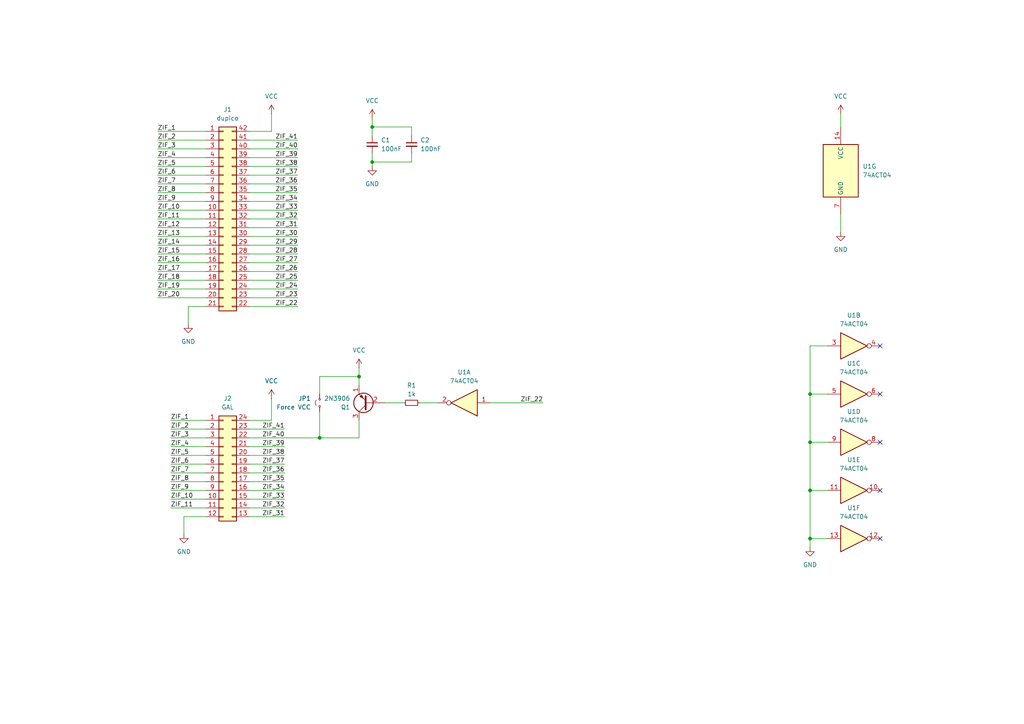
<source format=kicad_sch>
(kicad_sch
	(version 20231120)
	(generator "eeschema")
	(generator_version "8.0")
	(uuid "b47065c5-f2e0-44b0-bc22-77ffc0c38ad4")
	(paper "A4")
	(lib_symbols
		(symbol "74xx:74HCT04"
			(exclude_from_sim no)
			(in_bom yes)
			(on_board yes)
			(property "Reference" "U"
				(at 0 1.27 0)
				(effects
					(font
						(size 1.27 1.27)
					)
				)
			)
			(property "Value" "74HCT04"
				(at 0 -1.27 0)
				(effects
					(font
						(size 1.27 1.27)
					)
				)
			)
			(property "Footprint" ""
				(at 0 0 0)
				(effects
					(font
						(size 1.27 1.27)
					)
					(hide yes)
				)
			)
			(property "Datasheet" "https://assets.nexperia.com/documents/data-sheet/74HC_HCT04.pdf"
				(at 0 0 0)
				(effects
					(font
						(size 1.27 1.27)
					)
					(hide yes)
				)
			)
			(property "Description" "Hex Inverter"
				(at 0 0 0)
				(effects
					(font
						(size 1.27 1.27)
					)
					(hide yes)
				)
			)
			(property "ki_locked" ""
				(at 0 0 0)
				(effects
					(font
						(size 1.27 1.27)
					)
				)
			)
			(property "ki_keywords" "HCTMOS not inv"
				(at 0 0 0)
				(effects
					(font
						(size 1.27 1.27)
					)
					(hide yes)
				)
			)
			(property "ki_fp_filters" "DIP*W7.62mm* SSOP?14* TSSOP?14*"
				(at 0 0 0)
				(effects
					(font
						(size 1.27 1.27)
					)
					(hide yes)
				)
			)
			(symbol "74HCT04_1_0"
				(polyline
					(pts
						(xy -3.81 3.81) (xy -3.81 -3.81) (xy 3.81 0) (xy -3.81 3.81)
					)
					(stroke
						(width 0.254)
						(type default)
					)
					(fill
						(type background)
					)
				)
				(pin input line
					(at -7.62 0 0)
					(length 3.81)
					(name "~"
						(effects
							(font
								(size 1.27 1.27)
							)
						)
					)
					(number "1"
						(effects
							(font
								(size 1.27 1.27)
							)
						)
					)
				)
				(pin output inverted
					(at 7.62 0 180)
					(length 3.81)
					(name "~"
						(effects
							(font
								(size 1.27 1.27)
							)
						)
					)
					(number "2"
						(effects
							(font
								(size 1.27 1.27)
							)
						)
					)
				)
			)
			(symbol "74HCT04_2_0"
				(polyline
					(pts
						(xy -3.81 3.81) (xy -3.81 -3.81) (xy 3.81 0) (xy -3.81 3.81)
					)
					(stroke
						(width 0.254)
						(type default)
					)
					(fill
						(type background)
					)
				)
				(pin input line
					(at -7.62 0 0)
					(length 3.81)
					(name "~"
						(effects
							(font
								(size 1.27 1.27)
							)
						)
					)
					(number "3"
						(effects
							(font
								(size 1.27 1.27)
							)
						)
					)
				)
				(pin output inverted
					(at 7.62 0 180)
					(length 3.81)
					(name "~"
						(effects
							(font
								(size 1.27 1.27)
							)
						)
					)
					(number "4"
						(effects
							(font
								(size 1.27 1.27)
							)
						)
					)
				)
			)
			(symbol "74HCT04_3_0"
				(polyline
					(pts
						(xy -3.81 3.81) (xy -3.81 -3.81) (xy 3.81 0) (xy -3.81 3.81)
					)
					(stroke
						(width 0.254)
						(type default)
					)
					(fill
						(type background)
					)
				)
				(pin input line
					(at -7.62 0 0)
					(length 3.81)
					(name "~"
						(effects
							(font
								(size 1.27 1.27)
							)
						)
					)
					(number "5"
						(effects
							(font
								(size 1.27 1.27)
							)
						)
					)
				)
				(pin output inverted
					(at 7.62 0 180)
					(length 3.81)
					(name "~"
						(effects
							(font
								(size 1.27 1.27)
							)
						)
					)
					(number "6"
						(effects
							(font
								(size 1.27 1.27)
							)
						)
					)
				)
			)
			(symbol "74HCT04_4_0"
				(polyline
					(pts
						(xy -3.81 3.81) (xy -3.81 -3.81) (xy 3.81 0) (xy -3.81 3.81)
					)
					(stroke
						(width 0.254)
						(type default)
					)
					(fill
						(type background)
					)
				)
				(pin output inverted
					(at 7.62 0 180)
					(length 3.81)
					(name "~"
						(effects
							(font
								(size 1.27 1.27)
							)
						)
					)
					(number "8"
						(effects
							(font
								(size 1.27 1.27)
							)
						)
					)
				)
				(pin input line
					(at -7.62 0 0)
					(length 3.81)
					(name "~"
						(effects
							(font
								(size 1.27 1.27)
							)
						)
					)
					(number "9"
						(effects
							(font
								(size 1.27 1.27)
							)
						)
					)
				)
			)
			(symbol "74HCT04_5_0"
				(polyline
					(pts
						(xy -3.81 3.81) (xy -3.81 -3.81) (xy 3.81 0) (xy -3.81 3.81)
					)
					(stroke
						(width 0.254)
						(type default)
					)
					(fill
						(type background)
					)
				)
				(pin output inverted
					(at 7.62 0 180)
					(length 3.81)
					(name "~"
						(effects
							(font
								(size 1.27 1.27)
							)
						)
					)
					(number "10"
						(effects
							(font
								(size 1.27 1.27)
							)
						)
					)
				)
				(pin input line
					(at -7.62 0 0)
					(length 3.81)
					(name "~"
						(effects
							(font
								(size 1.27 1.27)
							)
						)
					)
					(number "11"
						(effects
							(font
								(size 1.27 1.27)
							)
						)
					)
				)
			)
			(symbol "74HCT04_6_0"
				(polyline
					(pts
						(xy -3.81 3.81) (xy -3.81 -3.81) (xy 3.81 0) (xy -3.81 3.81)
					)
					(stroke
						(width 0.254)
						(type default)
					)
					(fill
						(type background)
					)
				)
				(pin output inverted
					(at 7.62 0 180)
					(length 3.81)
					(name "~"
						(effects
							(font
								(size 1.27 1.27)
							)
						)
					)
					(number "12"
						(effects
							(font
								(size 1.27 1.27)
							)
						)
					)
				)
				(pin input line
					(at -7.62 0 0)
					(length 3.81)
					(name "~"
						(effects
							(font
								(size 1.27 1.27)
							)
						)
					)
					(number "13"
						(effects
							(font
								(size 1.27 1.27)
							)
						)
					)
				)
			)
			(symbol "74HCT04_7_0"
				(pin power_in line
					(at 0 12.7 270)
					(length 5.08)
					(name "VCC"
						(effects
							(font
								(size 1.27 1.27)
							)
						)
					)
					(number "14"
						(effects
							(font
								(size 1.27 1.27)
							)
						)
					)
				)
				(pin power_in line
					(at 0 -12.7 90)
					(length 5.08)
					(name "GND"
						(effects
							(font
								(size 1.27 1.27)
							)
						)
					)
					(number "7"
						(effects
							(font
								(size 1.27 1.27)
							)
						)
					)
				)
			)
			(symbol "74HCT04_7_1"
				(rectangle
					(start -5.08 7.62)
					(end 5.08 -7.62)
					(stroke
						(width 0.254)
						(type default)
					)
					(fill
						(type background)
					)
				)
			)
		)
		(symbol "Connector_Generic:Conn_02x12_Counter_Clockwise"
			(pin_names
				(offset 1.016) hide)
			(exclude_from_sim no)
			(in_bom yes)
			(on_board yes)
			(property "Reference" "J"
				(at 1.27 15.24 0)
				(effects
					(font
						(size 1.27 1.27)
					)
				)
			)
			(property "Value" "Conn_02x12_Counter_Clockwise"
				(at 1.27 -17.78 0)
				(effects
					(font
						(size 1.27 1.27)
					)
				)
			)
			(property "Footprint" ""
				(at 0 0 0)
				(effects
					(font
						(size 1.27 1.27)
					)
					(hide yes)
				)
			)
			(property "Datasheet" "~"
				(at 0 0 0)
				(effects
					(font
						(size 1.27 1.27)
					)
					(hide yes)
				)
			)
			(property "Description" "Generic connector, double row, 02x12, counter clockwise pin numbering scheme (similar to DIP package numbering), script generated (kicad-library-utils/schlib/autogen/connector/)"
				(at 0 0 0)
				(effects
					(font
						(size 1.27 1.27)
					)
					(hide yes)
				)
			)
			(property "ki_keywords" "connector"
				(at 0 0 0)
				(effects
					(font
						(size 1.27 1.27)
					)
					(hide yes)
				)
			)
			(property "ki_fp_filters" "Connector*:*_2x??_*"
				(at 0 0 0)
				(effects
					(font
						(size 1.27 1.27)
					)
					(hide yes)
				)
			)
			(symbol "Conn_02x12_Counter_Clockwise_1_1"
				(rectangle
					(start -1.27 -15.113)
					(end 0 -15.367)
					(stroke
						(width 0.1524)
						(type default)
					)
					(fill
						(type none)
					)
				)
				(rectangle
					(start -1.27 -12.573)
					(end 0 -12.827)
					(stroke
						(width 0.1524)
						(type default)
					)
					(fill
						(type none)
					)
				)
				(rectangle
					(start -1.27 -10.033)
					(end 0 -10.287)
					(stroke
						(width 0.1524)
						(type default)
					)
					(fill
						(type none)
					)
				)
				(rectangle
					(start -1.27 -7.493)
					(end 0 -7.747)
					(stroke
						(width 0.1524)
						(type default)
					)
					(fill
						(type none)
					)
				)
				(rectangle
					(start -1.27 -4.953)
					(end 0 -5.207)
					(stroke
						(width 0.1524)
						(type default)
					)
					(fill
						(type none)
					)
				)
				(rectangle
					(start -1.27 -2.413)
					(end 0 -2.667)
					(stroke
						(width 0.1524)
						(type default)
					)
					(fill
						(type none)
					)
				)
				(rectangle
					(start -1.27 0.127)
					(end 0 -0.127)
					(stroke
						(width 0.1524)
						(type default)
					)
					(fill
						(type none)
					)
				)
				(rectangle
					(start -1.27 2.667)
					(end 0 2.413)
					(stroke
						(width 0.1524)
						(type default)
					)
					(fill
						(type none)
					)
				)
				(rectangle
					(start -1.27 5.207)
					(end 0 4.953)
					(stroke
						(width 0.1524)
						(type default)
					)
					(fill
						(type none)
					)
				)
				(rectangle
					(start -1.27 7.747)
					(end 0 7.493)
					(stroke
						(width 0.1524)
						(type default)
					)
					(fill
						(type none)
					)
				)
				(rectangle
					(start -1.27 10.287)
					(end 0 10.033)
					(stroke
						(width 0.1524)
						(type default)
					)
					(fill
						(type none)
					)
				)
				(rectangle
					(start -1.27 12.827)
					(end 0 12.573)
					(stroke
						(width 0.1524)
						(type default)
					)
					(fill
						(type none)
					)
				)
				(rectangle
					(start -1.27 13.97)
					(end 3.81 -16.51)
					(stroke
						(width 0.254)
						(type default)
					)
					(fill
						(type background)
					)
				)
				(rectangle
					(start 3.81 -15.113)
					(end 2.54 -15.367)
					(stroke
						(width 0.1524)
						(type default)
					)
					(fill
						(type none)
					)
				)
				(rectangle
					(start 3.81 -12.573)
					(end 2.54 -12.827)
					(stroke
						(width 0.1524)
						(type default)
					)
					(fill
						(type none)
					)
				)
				(rectangle
					(start 3.81 -10.033)
					(end 2.54 -10.287)
					(stroke
						(width 0.1524)
						(type default)
					)
					(fill
						(type none)
					)
				)
				(rectangle
					(start 3.81 -7.493)
					(end 2.54 -7.747)
					(stroke
						(width 0.1524)
						(type default)
					)
					(fill
						(type none)
					)
				)
				(rectangle
					(start 3.81 -4.953)
					(end 2.54 -5.207)
					(stroke
						(width 0.1524)
						(type default)
					)
					(fill
						(type none)
					)
				)
				(rectangle
					(start 3.81 -2.413)
					(end 2.54 -2.667)
					(stroke
						(width 0.1524)
						(type default)
					)
					(fill
						(type none)
					)
				)
				(rectangle
					(start 3.81 0.127)
					(end 2.54 -0.127)
					(stroke
						(width 0.1524)
						(type default)
					)
					(fill
						(type none)
					)
				)
				(rectangle
					(start 3.81 2.667)
					(end 2.54 2.413)
					(stroke
						(width 0.1524)
						(type default)
					)
					(fill
						(type none)
					)
				)
				(rectangle
					(start 3.81 5.207)
					(end 2.54 4.953)
					(stroke
						(width 0.1524)
						(type default)
					)
					(fill
						(type none)
					)
				)
				(rectangle
					(start 3.81 7.747)
					(end 2.54 7.493)
					(stroke
						(width 0.1524)
						(type default)
					)
					(fill
						(type none)
					)
				)
				(rectangle
					(start 3.81 10.287)
					(end 2.54 10.033)
					(stroke
						(width 0.1524)
						(type default)
					)
					(fill
						(type none)
					)
				)
				(rectangle
					(start 3.81 12.827)
					(end 2.54 12.573)
					(stroke
						(width 0.1524)
						(type default)
					)
					(fill
						(type none)
					)
				)
				(pin passive line
					(at -5.08 12.7 0)
					(length 3.81)
					(name "Pin_1"
						(effects
							(font
								(size 1.27 1.27)
							)
						)
					)
					(number "1"
						(effects
							(font
								(size 1.27 1.27)
							)
						)
					)
				)
				(pin passive line
					(at -5.08 -10.16 0)
					(length 3.81)
					(name "Pin_10"
						(effects
							(font
								(size 1.27 1.27)
							)
						)
					)
					(number "10"
						(effects
							(font
								(size 1.27 1.27)
							)
						)
					)
				)
				(pin passive line
					(at -5.08 -12.7 0)
					(length 3.81)
					(name "Pin_11"
						(effects
							(font
								(size 1.27 1.27)
							)
						)
					)
					(number "11"
						(effects
							(font
								(size 1.27 1.27)
							)
						)
					)
				)
				(pin passive line
					(at -5.08 -15.24 0)
					(length 3.81)
					(name "Pin_12"
						(effects
							(font
								(size 1.27 1.27)
							)
						)
					)
					(number "12"
						(effects
							(font
								(size 1.27 1.27)
							)
						)
					)
				)
				(pin passive line
					(at 7.62 -15.24 180)
					(length 3.81)
					(name "Pin_13"
						(effects
							(font
								(size 1.27 1.27)
							)
						)
					)
					(number "13"
						(effects
							(font
								(size 1.27 1.27)
							)
						)
					)
				)
				(pin passive line
					(at 7.62 -12.7 180)
					(length 3.81)
					(name "Pin_14"
						(effects
							(font
								(size 1.27 1.27)
							)
						)
					)
					(number "14"
						(effects
							(font
								(size 1.27 1.27)
							)
						)
					)
				)
				(pin passive line
					(at 7.62 -10.16 180)
					(length 3.81)
					(name "Pin_15"
						(effects
							(font
								(size 1.27 1.27)
							)
						)
					)
					(number "15"
						(effects
							(font
								(size 1.27 1.27)
							)
						)
					)
				)
				(pin passive line
					(at 7.62 -7.62 180)
					(length 3.81)
					(name "Pin_16"
						(effects
							(font
								(size 1.27 1.27)
							)
						)
					)
					(number "16"
						(effects
							(font
								(size 1.27 1.27)
							)
						)
					)
				)
				(pin passive line
					(at 7.62 -5.08 180)
					(length 3.81)
					(name "Pin_17"
						(effects
							(font
								(size 1.27 1.27)
							)
						)
					)
					(number "17"
						(effects
							(font
								(size 1.27 1.27)
							)
						)
					)
				)
				(pin passive line
					(at 7.62 -2.54 180)
					(length 3.81)
					(name "Pin_18"
						(effects
							(font
								(size 1.27 1.27)
							)
						)
					)
					(number "18"
						(effects
							(font
								(size 1.27 1.27)
							)
						)
					)
				)
				(pin passive line
					(at 7.62 0 180)
					(length 3.81)
					(name "Pin_19"
						(effects
							(font
								(size 1.27 1.27)
							)
						)
					)
					(number "19"
						(effects
							(font
								(size 1.27 1.27)
							)
						)
					)
				)
				(pin passive line
					(at -5.08 10.16 0)
					(length 3.81)
					(name "Pin_2"
						(effects
							(font
								(size 1.27 1.27)
							)
						)
					)
					(number "2"
						(effects
							(font
								(size 1.27 1.27)
							)
						)
					)
				)
				(pin passive line
					(at 7.62 2.54 180)
					(length 3.81)
					(name "Pin_20"
						(effects
							(font
								(size 1.27 1.27)
							)
						)
					)
					(number "20"
						(effects
							(font
								(size 1.27 1.27)
							)
						)
					)
				)
				(pin passive line
					(at 7.62 5.08 180)
					(length 3.81)
					(name "Pin_21"
						(effects
							(font
								(size 1.27 1.27)
							)
						)
					)
					(number "21"
						(effects
							(font
								(size 1.27 1.27)
							)
						)
					)
				)
				(pin passive line
					(at 7.62 7.62 180)
					(length 3.81)
					(name "Pin_22"
						(effects
							(font
								(size 1.27 1.27)
							)
						)
					)
					(number "22"
						(effects
							(font
								(size 1.27 1.27)
							)
						)
					)
				)
				(pin passive line
					(at 7.62 10.16 180)
					(length 3.81)
					(name "Pin_23"
						(effects
							(font
								(size 1.27 1.27)
							)
						)
					)
					(number "23"
						(effects
							(font
								(size 1.27 1.27)
							)
						)
					)
				)
				(pin passive line
					(at 7.62 12.7 180)
					(length 3.81)
					(name "Pin_24"
						(effects
							(font
								(size 1.27 1.27)
							)
						)
					)
					(number "24"
						(effects
							(font
								(size 1.27 1.27)
							)
						)
					)
				)
				(pin passive line
					(at -5.08 7.62 0)
					(length 3.81)
					(name "Pin_3"
						(effects
							(font
								(size 1.27 1.27)
							)
						)
					)
					(number "3"
						(effects
							(font
								(size 1.27 1.27)
							)
						)
					)
				)
				(pin passive line
					(at -5.08 5.08 0)
					(length 3.81)
					(name "Pin_4"
						(effects
							(font
								(size 1.27 1.27)
							)
						)
					)
					(number "4"
						(effects
							(font
								(size 1.27 1.27)
							)
						)
					)
				)
				(pin passive line
					(at -5.08 2.54 0)
					(length 3.81)
					(name "Pin_5"
						(effects
							(font
								(size 1.27 1.27)
							)
						)
					)
					(number "5"
						(effects
							(font
								(size 1.27 1.27)
							)
						)
					)
				)
				(pin passive line
					(at -5.08 0 0)
					(length 3.81)
					(name "Pin_6"
						(effects
							(font
								(size 1.27 1.27)
							)
						)
					)
					(number "6"
						(effects
							(font
								(size 1.27 1.27)
							)
						)
					)
				)
				(pin passive line
					(at -5.08 -2.54 0)
					(length 3.81)
					(name "Pin_7"
						(effects
							(font
								(size 1.27 1.27)
							)
						)
					)
					(number "7"
						(effects
							(font
								(size 1.27 1.27)
							)
						)
					)
				)
				(pin passive line
					(at -5.08 -5.08 0)
					(length 3.81)
					(name "Pin_8"
						(effects
							(font
								(size 1.27 1.27)
							)
						)
					)
					(number "8"
						(effects
							(font
								(size 1.27 1.27)
							)
						)
					)
				)
				(pin passive line
					(at -5.08 -7.62 0)
					(length 3.81)
					(name "Pin_9"
						(effects
							(font
								(size 1.27 1.27)
							)
						)
					)
					(number "9"
						(effects
							(font
								(size 1.27 1.27)
							)
						)
					)
				)
			)
		)
		(symbol "Connector_Generic:Conn_02x21_Counter_Clockwise"
			(pin_names
				(offset 1.016) hide)
			(exclude_from_sim no)
			(in_bom yes)
			(on_board yes)
			(property "Reference" "J"
				(at 1.27 27.94 0)
				(effects
					(font
						(size 1.27 1.27)
					)
				)
			)
			(property "Value" "Conn_02x21_Counter_Clockwise"
				(at 1.27 -27.94 0)
				(effects
					(font
						(size 1.27 1.27)
					)
				)
			)
			(property "Footprint" ""
				(at 0 0 0)
				(effects
					(font
						(size 1.27 1.27)
					)
					(hide yes)
				)
			)
			(property "Datasheet" "~"
				(at 0 0 0)
				(effects
					(font
						(size 1.27 1.27)
					)
					(hide yes)
				)
			)
			(property "Description" "Generic connector, double row, 02x21, counter clockwise pin numbering scheme (similar to DIP package numbering), script generated (kicad-library-utils/schlib/autogen/connector/)"
				(at 0 0 0)
				(effects
					(font
						(size 1.27 1.27)
					)
					(hide yes)
				)
			)
			(property "ki_keywords" "connector"
				(at 0 0 0)
				(effects
					(font
						(size 1.27 1.27)
					)
					(hide yes)
				)
			)
			(property "ki_fp_filters" "Connector*:*_2x??_*"
				(at 0 0 0)
				(effects
					(font
						(size 1.27 1.27)
					)
					(hide yes)
				)
			)
			(symbol "Conn_02x21_Counter_Clockwise_1_1"
				(rectangle
					(start -1.27 -25.273)
					(end 0 -25.527)
					(stroke
						(width 0.1524)
						(type default)
					)
					(fill
						(type none)
					)
				)
				(rectangle
					(start -1.27 -22.733)
					(end 0 -22.987)
					(stroke
						(width 0.1524)
						(type default)
					)
					(fill
						(type none)
					)
				)
				(rectangle
					(start -1.27 -20.193)
					(end 0 -20.447)
					(stroke
						(width 0.1524)
						(type default)
					)
					(fill
						(type none)
					)
				)
				(rectangle
					(start -1.27 -17.653)
					(end 0 -17.907)
					(stroke
						(width 0.1524)
						(type default)
					)
					(fill
						(type none)
					)
				)
				(rectangle
					(start -1.27 -15.113)
					(end 0 -15.367)
					(stroke
						(width 0.1524)
						(type default)
					)
					(fill
						(type none)
					)
				)
				(rectangle
					(start -1.27 -12.573)
					(end 0 -12.827)
					(stroke
						(width 0.1524)
						(type default)
					)
					(fill
						(type none)
					)
				)
				(rectangle
					(start -1.27 -10.033)
					(end 0 -10.287)
					(stroke
						(width 0.1524)
						(type default)
					)
					(fill
						(type none)
					)
				)
				(rectangle
					(start -1.27 -7.493)
					(end 0 -7.747)
					(stroke
						(width 0.1524)
						(type default)
					)
					(fill
						(type none)
					)
				)
				(rectangle
					(start -1.27 -4.953)
					(end 0 -5.207)
					(stroke
						(width 0.1524)
						(type default)
					)
					(fill
						(type none)
					)
				)
				(rectangle
					(start -1.27 -2.413)
					(end 0 -2.667)
					(stroke
						(width 0.1524)
						(type default)
					)
					(fill
						(type none)
					)
				)
				(rectangle
					(start -1.27 0.127)
					(end 0 -0.127)
					(stroke
						(width 0.1524)
						(type default)
					)
					(fill
						(type none)
					)
				)
				(rectangle
					(start -1.27 2.667)
					(end 0 2.413)
					(stroke
						(width 0.1524)
						(type default)
					)
					(fill
						(type none)
					)
				)
				(rectangle
					(start -1.27 5.207)
					(end 0 4.953)
					(stroke
						(width 0.1524)
						(type default)
					)
					(fill
						(type none)
					)
				)
				(rectangle
					(start -1.27 7.747)
					(end 0 7.493)
					(stroke
						(width 0.1524)
						(type default)
					)
					(fill
						(type none)
					)
				)
				(rectangle
					(start -1.27 10.287)
					(end 0 10.033)
					(stroke
						(width 0.1524)
						(type default)
					)
					(fill
						(type none)
					)
				)
				(rectangle
					(start -1.27 12.827)
					(end 0 12.573)
					(stroke
						(width 0.1524)
						(type default)
					)
					(fill
						(type none)
					)
				)
				(rectangle
					(start -1.27 15.367)
					(end 0 15.113)
					(stroke
						(width 0.1524)
						(type default)
					)
					(fill
						(type none)
					)
				)
				(rectangle
					(start -1.27 17.907)
					(end 0 17.653)
					(stroke
						(width 0.1524)
						(type default)
					)
					(fill
						(type none)
					)
				)
				(rectangle
					(start -1.27 20.447)
					(end 0 20.193)
					(stroke
						(width 0.1524)
						(type default)
					)
					(fill
						(type none)
					)
				)
				(rectangle
					(start -1.27 22.987)
					(end 0 22.733)
					(stroke
						(width 0.1524)
						(type default)
					)
					(fill
						(type none)
					)
				)
				(rectangle
					(start -1.27 25.527)
					(end 0 25.273)
					(stroke
						(width 0.1524)
						(type default)
					)
					(fill
						(type none)
					)
				)
				(rectangle
					(start -1.27 26.67)
					(end 3.81 -26.67)
					(stroke
						(width 0.254)
						(type default)
					)
					(fill
						(type background)
					)
				)
				(rectangle
					(start 3.81 -25.273)
					(end 2.54 -25.527)
					(stroke
						(width 0.1524)
						(type default)
					)
					(fill
						(type none)
					)
				)
				(rectangle
					(start 3.81 -22.733)
					(end 2.54 -22.987)
					(stroke
						(width 0.1524)
						(type default)
					)
					(fill
						(type none)
					)
				)
				(rectangle
					(start 3.81 -20.193)
					(end 2.54 -20.447)
					(stroke
						(width 0.1524)
						(type default)
					)
					(fill
						(type none)
					)
				)
				(rectangle
					(start 3.81 -17.653)
					(end 2.54 -17.907)
					(stroke
						(width 0.1524)
						(type default)
					)
					(fill
						(type none)
					)
				)
				(rectangle
					(start 3.81 -15.113)
					(end 2.54 -15.367)
					(stroke
						(width 0.1524)
						(type default)
					)
					(fill
						(type none)
					)
				)
				(rectangle
					(start 3.81 -12.573)
					(end 2.54 -12.827)
					(stroke
						(width 0.1524)
						(type default)
					)
					(fill
						(type none)
					)
				)
				(rectangle
					(start 3.81 -10.033)
					(end 2.54 -10.287)
					(stroke
						(width 0.1524)
						(type default)
					)
					(fill
						(type none)
					)
				)
				(rectangle
					(start 3.81 -7.493)
					(end 2.54 -7.747)
					(stroke
						(width 0.1524)
						(type default)
					)
					(fill
						(type none)
					)
				)
				(rectangle
					(start 3.81 -4.953)
					(end 2.54 -5.207)
					(stroke
						(width 0.1524)
						(type default)
					)
					(fill
						(type none)
					)
				)
				(rectangle
					(start 3.81 -2.413)
					(end 2.54 -2.667)
					(stroke
						(width 0.1524)
						(type default)
					)
					(fill
						(type none)
					)
				)
				(rectangle
					(start 3.81 0.127)
					(end 2.54 -0.127)
					(stroke
						(width 0.1524)
						(type default)
					)
					(fill
						(type none)
					)
				)
				(rectangle
					(start 3.81 2.667)
					(end 2.54 2.413)
					(stroke
						(width 0.1524)
						(type default)
					)
					(fill
						(type none)
					)
				)
				(rectangle
					(start 3.81 5.207)
					(end 2.54 4.953)
					(stroke
						(width 0.1524)
						(type default)
					)
					(fill
						(type none)
					)
				)
				(rectangle
					(start 3.81 7.747)
					(end 2.54 7.493)
					(stroke
						(width 0.1524)
						(type default)
					)
					(fill
						(type none)
					)
				)
				(rectangle
					(start 3.81 10.287)
					(end 2.54 10.033)
					(stroke
						(width 0.1524)
						(type default)
					)
					(fill
						(type none)
					)
				)
				(rectangle
					(start 3.81 12.827)
					(end 2.54 12.573)
					(stroke
						(width 0.1524)
						(type default)
					)
					(fill
						(type none)
					)
				)
				(rectangle
					(start 3.81 15.367)
					(end 2.54 15.113)
					(stroke
						(width 0.1524)
						(type default)
					)
					(fill
						(type none)
					)
				)
				(rectangle
					(start 3.81 17.907)
					(end 2.54 17.653)
					(stroke
						(width 0.1524)
						(type default)
					)
					(fill
						(type none)
					)
				)
				(rectangle
					(start 3.81 20.447)
					(end 2.54 20.193)
					(stroke
						(width 0.1524)
						(type default)
					)
					(fill
						(type none)
					)
				)
				(rectangle
					(start 3.81 22.987)
					(end 2.54 22.733)
					(stroke
						(width 0.1524)
						(type default)
					)
					(fill
						(type none)
					)
				)
				(rectangle
					(start 3.81 25.527)
					(end 2.54 25.273)
					(stroke
						(width 0.1524)
						(type default)
					)
					(fill
						(type none)
					)
				)
				(pin passive line
					(at -5.08 25.4 0)
					(length 3.81)
					(name "Pin_1"
						(effects
							(font
								(size 1.27 1.27)
							)
						)
					)
					(number "1"
						(effects
							(font
								(size 1.27 1.27)
							)
						)
					)
				)
				(pin passive line
					(at -5.08 2.54 0)
					(length 3.81)
					(name "Pin_10"
						(effects
							(font
								(size 1.27 1.27)
							)
						)
					)
					(number "10"
						(effects
							(font
								(size 1.27 1.27)
							)
						)
					)
				)
				(pin passive line
					(at -5.08 0 0)
					(length 3.81)
					(name "Pin_11"
						(effects
							(font
								(size 1.27 1.27)
							)
						)
					)
					(number "11"
						(effects
							(font
								(size 1.27 1.27)
							)
						)
					)
				)
				(pin passive line
					(at -5.08 -2.54 0)
					(length 3.81)
					(name "Pin_12"
						(effects
							(font
								(size 1.27 1.27)
							)
						)
					)
					(number "12"
						(effects
							(font
								(size 1.27 1.27)
							)
						)
					)
				)
				(pin passive line
					(at -5.08 -5.08 0)
					(length 3.81)
					(name "Pin_13"
						(effects
							(font
								(size 1.27 1.27)
							)
						)
					)
					(number "13"
						(effects
							(font
								(size 1.27 1.27)
							)
						)
					)
				)
				(pin passive line
					(at -5.08 -7.62 0)
					(length 3.81)
					(name "Pin_14"
						(effects
							(font
								(size 1.27 1.27)
							)
						)
					)
					(number "14"
						(effects
							(font
								(size 1.27 1.27)
							)
						)
					)
				)
				(pin passive line
					(at -5.08 -10.16 0)
					(length 3.81)
					(name "Pin_15"
						(effects
							(font
								(size 1.27 1.27)
							)
						)
					)
					(number "15"
						(effects
							(font
								(size 1.27 1.27)
							)
						)
					)
				)
				(pin passive line
					(at -5.08 -12.7 0)
					(length 3.81)
					(name "Pin_16"
						(effects
							(font
								(size 1.27 1.27)
							)
						)
					)
					(number "16"
						(effects
							(font
								(size 1.27 1.27)
							)
						)
					)
				)
				(pin passive line
					(at -5.08 -15.24 0)
					(length 3.81)
					(name "Pin_17"
						(effects
							(font
								(size 1.27 1.27)
							)
						)
					)
					(number "17"
						(effects
							(font
								(size 1.27 1.27)
							)
						)
					)
				)
				(pin passive line
					(at -5.08 -17.78 0)
					(length 3.81)
					(name "Pin_18"
						(effects
							(font
								(size 1.27 1.27)
							)
						)
					)
					(number "18"
						(effects
							(font
								(size 1.27 1.27)
							)
						)
					)
				)
				(pin passive line
					(at -5.08 -20.32 0)
					(length 3.81)
					(name "Pin_19"
						(effects
							(font
								(size 1.27 1.27)
							)
						)
					)
					(number "19"
						(effects
							(font
								(size 1.27 1.27)
							)
						)
					)
				)
				(pin passive line
					(at -5.08 22.86 0)
					(length 3.81)
					(name "Pin_2"
						(effects
							(font
								(size 1.27 1.27)
							)
						)
					)
					(number "2"
						(effects
							(font
								(size 1.27 1.27)
							)
						)
					)
				)
				(pin passive line
					(at -5.08 -22.86 0)
					(length 3.81)
					(name "Pin_20"
						(effects
							(font
								(size 1.27 1.27)
							)
						)
					)
					(number "20"
						(effects
							(font
								(size 1.27 1.27)
							)
						)
					)
				)
				(pin passive line
					(at -5.08 -25.4 0)
					(length 3.81)
					(name "Pin_21"
						(effects
							(font
								(size 1.27 1.27)
							)
						)
					)
					(number "21"
						(effects
							(font
								(size 1.27 1.27)
							)
						)
					)
				)
				(pin passive line
					(at 7.62 -25.4 180)
					(length 3.81)
					(name "Pin_22"
						(effects
							(font
								(size 1.27 1.27)
							)
						)
					)
					(number "22"
						(effects
							(font
								(size 1.27 1.27)
							)
						)
					)
				)
				(pin passive line
					(at 7.62 -22.86 180)
					(length 3.81)
					(name "Pin_23"
						(effects
							(font
								(size 1.27 1.27)
							)
						)
					)
					(number "23"
						(effects
							(font
								(size 1.27 1.27)
							)
						)
					)
				)
				(pin passive line
					(at 7.62 -20.32 180)
					(length 3.81)
					(name "Pin_24"
						(effects
							(font
								(size 1.27 1.27)
							)
						)
					)
					(number "24"
						(effects
							(font
								(size 1.27 1.27)
							)
						)
					)
				)
				(pin passive line
					(at 7.62 -17.78 180)
					(length 3.81)
					(name "Pin_25"
						(effects
							(font
								(size 1.27 1.27)
							)
						)
					)
					(number "25"
						(effects
							(font
								(size 1.27 1.27)
							)
						)
					)
				)
				(pin passive line
					(at 7.62 -15.24 180)
					(length 3.81)
					(name "Pin_26"
						(effects
							(font
								(size 1.27 1.27)
							)
						)
					)
					(number "26"
						(effects
							(font
								(size 1.27 1.27)
							)
						)
					)
				)
				(pin passive line
					(at 7.62 -12.7 180)
					(length 3.81)
					(name "Pin_27"
						(effects
							(font
								(size 1.27 1.27)
							)
						)
					)
					(number "27"
						(effects
							(font
								(size 1.27 1.27)
							)
						)
					)
				)
				(pin passive line
					(at 7.62 -10.16 180)
					(length 3.81)
					(name "Pin_28"
						(effects
							(font
								(size 1.27 1.27)
							)
						)
					)
					(number "28"
						(effects
							(font
								(size 1.27 1.27)
							)
						)
					)
				)
				(pin passive line
					(at 7.62 -7.62 180)
					(length 3.81)
					(name "Pin_29"
						(effects
							(font
								(size 1.27 1.27)
							)
						)
					)
					(number "29"
						(effects
							(font
								(size 1.27 1.27)
							)
						)
					)
				)
				(pin passive line
					(at -5.08 20.32 0)
					(length 3.81)
					(name "Pin_3"
						(effects
							(font
								(size 1.27 1.27)
							)
						)
					)
					(number "3"
						(effects
							(font
								(size 1.27 1.27)
							)
						)
					)
				)
				(pin passive line
					(at 7.62 -5.08 180)
					(length 3.81)
					(name "Pin_30"
						(effects
							(font
								(size 1.27 1.27)
							)
						)
					)
					(number "30"
						(effects
							(font
								(size 1.27 1.27)
							)
						)
					)
				)
				(pin passive line
					(at 7.62 -2.54 180)
					(length 3.81)
					(name "Pin_31"
						(effects
							(font
								(size 1.27 1.27)
							)
						)
					)
					(number "31"
						(effects
							(font
								(size 1.27 1.27)
							)
						)
					)
				)
				(pin passive line
					(at 7.62 0 180)
					(length 3.81)
					(name "Pin_32"
						(effects
							(font
								(size 1.27 1.27)
							)
						)
					)
					(number "32"
						(effects
							(font
								(size 1.27 1.27)
							)
						)
					)
				)
				(pin passive line
					(at 7.62 2.54 180)
					(length 3.81)
					(name "Pin_33"
						(effects
							(font
								(size 1.27 1.27)
							)
						)
					)
					(number "33"
						(effects
							(font
								(size 1.27 1.27)
							)
						)
					)
				)
				(pin passive line
					(at 7.62 5.08 180)
					(length 3.81)
					(name "Pin_34"
						(effects
							(font
								(size 1.27 1.27)
							)
						)
					)
					(number "34"
						(effects
							(font
								(size 1.27 1.27)
							)
						)
					)
				)
				(pin passive line
					(at 7.62 7.62 180)
					(length 3.81)
					(name "Pin_35"
						(effects
							(font
								(size 1.27 1.27)
							)
						)
					)
					(number "35"
						(effects
							(font
								(size 1.27 1.27)
							)
						)
					)
				)
				(pin passive line
					(at 7.62 10.16 180)
					(length 3.81)
					(name "Pin_36"
						(effects
							(font
								(size 1.27 1.27)
							)
						)
					)
					(number "36"
						(effects
							(font
								(size 1.27 1.27)
							)
						)
					)
				)
				(pin passive line
					(at 7.62 12.7 180)
					(length 3.81)
					(name "Pin_37"
						(effects
							(font
								(size 1.27 1.27)
							)
						)
					)
					(number "37"
						(effects
							(font
								(size 1.27 1.27)
							)
						)
					)
				)
				(pin passive line
					(at 7.62 15.24 180)
					(length 3.81)
					(name "Pin_38"
						(effects
							(font
								(size 1.27 1.27)
							)
						)
					)
					(number "38"
						(effects
							(font
								(size 1.27 1.27)
							)
						)
					)
				)
				(pin passive line
					(at 7.62 17.78 180)
					(length 3.81)
					(name "Pin_39"
						(effects
							(font
								(size 1.27 1.27)
							)
						)
					)
					(number "39"
						(effects
							(font
								(size 1.27 1.27)
							)
						)
					)
				)
				(pin passive line
					(at -5.08 17.78 0)
					(length 3.81)
					(name "Pin_4"
						(effects
							(font
								(size 1.27 1.27)
							)
						)
					)
					(number "4"
						(effects
							(font
								(size 1.27 1.27)
							)
						)
					)
				)
				(pin passive line
					(at 7.62 20.32 180)
					(length 3.81)
					(name "Pin_40"
						(effects
							(font
								(size 1.27 1.27)
							)
						)
					)
					(number "40"
						(effects
							(font
								(size 1.27 1.27)
							)
						)
					)
				)
				(pin passive line
					(at 7.62 22.86 180)
					(length 3.81)
					(name "Pin_41"
						(effects
							(font
								(size 1.27 1.27)
							)
						)
					)
					(number "41"
						(effects
							(font
								(size 1.27 1.27)
							)
						)
					)
				)
				(pin passive line
					(at 7.62 25.4 180)
					(length 3.81)
					(name "Pin_42"
						(effects
							(font
								(size 1.27 1.27)
							)
						)
					)
					(number "42"
						(effects
							(font
								(size 1.27 1.27)
							)
						)
					)
				)
				(pin passive line
					(at -5.08 15.24 0)
					(length 3.81)
					(name "Pin_5"
						(effects
							(font
								(size 1.27 1.27)
							)
						)
					)
					(number "5"
						(effects
							(font
								(size 1.27 1.27)
							)
						)
					)
				)
				(pin passive line
					(at -5.08 12.7 0)
					(length 3.81)
					(name "Pin_6"
						(effects
							(font
								(size 1.27 1.27)
							)
						)
					)
					(number "6"
						(effects
							(font
								(size 1.27 1.27)
							)
						)
					)
				)
				(pin passive line
					(at -5.08 10.16 0)
					(length 3.81)
					(name "Pin_7"
						(effects
							(font
								(size 1.27 1.27)
							)
						)
					)
					(number "7"
						(effects
							(font
								(size 1.27 1.27)
							)
						)
					)
				)
				(pin passive line
					(at -5.08 7.62 0)
					(length 3.81)
					(name "Pin_8"
						(effects
							(font
								(size 1.27 1.27)
							)
						)
					)
					(number "8"
						(effects
							(font
								(size 1.27 1.27)
							)
						)
					)
				)
				(pin passive line
					(at -5.08 5.08 0)
					(length 3.81)
					(name "Pin_9"
						(effects
							(font
								(size 1.27 1.27)
							)
						)
					)
					(number "9"
						(effects
							(font
								(size 1.27 1.27)
							)
						)
					)
				)
			)
		)
		(symbol "Device:C_Small"
			(pin_numbers hide)
			(pin_names
				(offset 0.254) hide)
			(exclude_from_sim no)
			(in_bom yes)
			(on_board yes)
			(property "Reference" "C"
				(at 0.254 1.778 0)
				(effects
					(font
						(size 1.27 1.27)
					)
					(justify left)
				)
			)
			(property "Value" "C_Small"
				(at 0.254 -2.032 0)
				(effects
					(font
						(size 1.27 1.27)
					)
					(justify left)
				)
			)
			(property "Footprint" ""
				(at 0 0 0)
				(effects
					(font
						(size 1.27 1.27)
					)
					(hide yes)
				)
			)
			(property "Datasheet" "~"
				(at 0 0 0)
				(effects
					(font
						(size 1.27 1.27)
					)
					(hide yes)
				)
			)
			(property "Description" "Unpolarized capacitor, small symbol"
				(at 0 0 0)
				(effects
					(font
						(size 1.27 1.27)
					)
					(hide yes)
				)
			)
			(property "ki_keywords" "capacitor cap"
				(at 0 0 0)
				(effects
					(font
						(size 1.27 1.27)
					)
					(hide yes)
				)
			)
			(property "ki_fp_filters" "C_*"
				(at 0 0 0)
				(effects
					(font
						(size 1.27 1.27)
					)
					(hide yes)
				)
			)
			(symbol "C_Small_0_1"
				(polyline
					(pts
						(xy -1.524 -0.508) (xy 1.524 -0.508)
					)
					(stroke
						(width 0.3302)
						(type default)
					)
					(fill
						(type none)
					)
				)
				(polyline
					(pts
						(xy -1.524 0.508) (xy 1.524 0.508)
					)
					(stroke
						(width 0.3048)
						(type default)
					)
					(fill
						(type none)
					)
				)
			)
			(symbol "C_Small_1_1"
				(pin passive line
					(at 0 2.54 270)
					(length 2.032)
					(name "~"
						(effects
							(font
								(size 1.27 1.27)
							)
						)
					)
					(number "1"
						(effects
							(font
								(size 1.27 1.27)
							)
						)
					)
				)
				(pin passive line
					(at 0 -2.54 90)
					(length 2.032)
					(name "~"
						(effects
							(font
								(size 1.27 1.27)
							)
						)
					)
					(number "2"
						(effects
							(font
								(size 1.27 1.27)
							)
						)
					)
				)
			)
		)
		(symbol "Device:R_Small"
			(pin_numbers hide)
			(pin_names
				(offset 0.254) hide)
			(exclude_from_sim no)
			(in_bom yes)
			(on_board yes)
			(property "Reference" "R"
				(at 0.762 0.508 0)
				(effects
					(font
						(size 1.27 1.27)
					)
					(justify left)
				)
			)
			(property "Value" "R_Small"
				(at 0.762 -1.016 0)
				(effects
					(font
						(size 1.27 1.27)
					)
					(justify left)
				)
			)
			(property "Footprint" ""
				(at 0 0 0)
				(effects
					(font
						(size 1.27 1.27)
					)
					(hide yes)
				)
			)
			(property "Datasheet" "~"
				(at 0 0 0)
				(effects
					(font
						(size 1.27 1.27)
					)
					(hide yes)
				)
			)
			(property "Description" "Resistor, small symbol"
				(at 0 0 0)
				(effects
					(font
						(size 1.27 1.27)
					)
					(hide yes)
				)
			)
			(property "ki_keywords" "R resistor"
				(at 0 0 0)
				(effects
					(font
						(size 1.27 1.27)
					)
					(hide yes)
				)
			)
			(property "ki_fp_filters" "R_*"
				(at 0 0 0)
				(effects
					(font
						(size 1.27 1.27)
					)
					(hide yes)
				)
			)
			(symbol "R_Small_0_1"
				(rectangle
					(start -0.762 1.778)
					(end 0.762 -1.778)
					(stroke
						(width 0.2032)
						(type default)
					)
					(fill
						(type none)
					)
				)
			)
			(symbol "R_Small_1_1"
				(pin passive line
					(at 0 2.54 270)
					(length 0.762)
					(name "~"
						(effects
							(font
								(size 1.27 1.27)
							)
						)
					)
					(number "1"
						(effects
							(font
								(size 1.27 1.27)
							)
						)
					)
				)
				(pin passive line
					(at 0 -2.54 90)
					(length 0.762)
					(name "~"
						(effects
							(font
								(size 1.27 1.27)
							)
						)
					)
					(number "2"
						(effects
							(font
								(size 1.27 1.27)
							)
						)
					)
				)
			)
		)
		(symbol "Jumper:Jumper_2_Small_Open"
			(pin_numbers hide)
			(pin_names
				(offset 0) hide)
			(exclude_from_sim yes)
			(in_bom yes)
			(on_board yes)
			(property "Reference" "JP"
				(at 0 2.794 0)
				(effects
					(font
						(size 1.27 1.27)
					)
				)
			)
			(property "Value" "Jumper_2_Small_Open"
				(at 0 -2.286 0)
				(effects
					(font
						(size 1.27 1.27)
					)
				)
			)
			(property "Footprint" ""
				(at 0 0 0)
				(effects
					(font
						(size 1.27 1.27)
					)
					(hide yes)
				)
			)
			(property "Datasheet" "~"
				(at 0 0 0)
				(effects
					(font
						(size 1.27 1.27)
					)
					(hide yes)
				)
			)
			(property "Description" "Jumper, 2-pole, small symbol, open"
				(at 0 0 0)
				(effects
					(font
						(size 1.27 1.27)
					)
					(hide yes)
				)
			)
			(property "ki_keywords" "Jumper SPST"
				(at 0 0 0)
				(effects
					(font
						(size 1.27 1.27)
					)
					(hide yes)
				)
			)
			(property "ki_fp_filters" "Jumper* TestPoint*2Pads* TestPoint*Bridge*"
				(at 0 0 0)
				(effects
					(font
						(size 1.27 1.27)
					)
					(hide yes)
				)
			)
			(symbol "Jumper_2_Small_Open_0_0"
				(circle
					(center -1.016 0)
					(radius 0.254)
					(stroke
						(width 0)
						(type default)
					)
					(fill
						(type none)
					)
				)
				(circle
					(center 1.016 0)
					(radius 0.254)
					(stroke
						(width 0)
						(type default)
					)
					(fill
						(type none)
					)
				)
			)
			(symbol "Jumper_2_Small_Open_0_1"
				(arc
					(start 0.762 1.0196)
					(mid 0 1.2729)
					(end -0.762 1.0196)
					(stroke
						(width 0)
						(type default)
					)
					(fill
						(type none)
					)
				)
			)
			(symbol "Jumper_2_Small_Open_1_1"
				(pin passive line
					(at -2.54 0 0)
					(length 1.27)
					(name "A"
						(effects
							(font
								(size 1.27 1.27)
							)
						)
					)
					(number "1"
						(effects
							(font
								(size 1.27 1.27)
							)
						)
					)
				)
				(pin passive line
					(at 2.54 0 180)
					(length 1.27)
					(name "B"
						(effects
							(font
								(size 1.27 1.27)
							)
						)
					)
					(number "2"
						(effects
							(font
								(size 1.27 1.27)
							)
						)
					)
				)
			)
		)
		(symbol "Transistor_BJT:2N3906"
			(pin_names
				(offset 0) hide)
			(exclude_from_sim no)
			(in_bom yes)
			(on_board yes)
			(property "Reference" "Q"
				(at 5.08 1.905 0)
				(effects
					(font
						(size 1.27 1.27)
					)
					(justify left)
				)
			)
			(property "Value" "2N3906"
				(at 5.08 0 0)
				(effects
					(font
						(size 1.27 1.27)
					)
					(justify left)
				)
			)
			(property "Footprint" "Package_TO_SOT_THT:TO-92_Inline"
				(at 5.08 -1.905 0)
				(effects
					(font
						(size 1.27 1.27)
						(italic yes)
					)
					(justify left)
					(hide yes)
				)
			)
			(property "Datasheet" "https://www.onsemi.com/pub/Collateral/2N3906-D.PDF"
				(at 0 0 0)
				(effects
					(font
						(size 1.27 1.27)
					)
					(justify left)
					(hide yes)
				)
			)
			(property "Description" "-0.2A Ic, -40V Vce, Small Signal PNP Transistor, TO-92"
				(at 0 0 0)
				(effects
					(font
						(size 1.27 1.27)
					)
					(hide yes)
				)
			)
			(property "ki_keywords" "PNP Transistor"
				(at 0 0 0)
				(effects
					(font
						(size 1.27 1.27)
					)
					(hide yes)
				)
			)
			(property "ki_fp_filters" "TO?92*"
				(at 0 0 0)
				(effects
					(font
						(size 1.27 1.27)
					)
					(hide yes)
				)
			)
			(symbol "2N3906_0_1"
				(polyline
					(pts
						(xy 0.635 0.635) (xy 2.54 2.54)
					)
					(stroke
						(width 0)
						(type default)
					)
					(fill
						(type none)
					)
				)
				(polyline
					(pts
						(xy 0.635 -0.635) (xy 2.54 -2.54) (xy 2.54 -2.54)
					)
					(stroke
						(width 0)
						(type default)
					)
					(fill
						(type none)
					)
				)
				(polyline
					(pts
						(xy 0.635 1.905) (xy 0.635 -1.905) (xy 0.635 -1.905)
					)
					(stroke
						(width 0.508)
						(type default)
					)
					(fill
						(type none)
					)
				)
				(polyline
					(pts
						(xy 2.286 -1.778) (xy 1.778 -2.286) (xy 1.27 -1.27) (xy 2.286 -1.778) (xy 2.286 -1.778)
					)
					(stroke
						(width 0)
						(type default)
					)
					(fill
						(type outline)
					)
				)
				(circle
					(center 1.27 0)
					(radius 2.8194)
					(stroke
						(width 0.254)
						(type default)
					)
					(fill
						(type none)
					)
				)
			)
			(symbol "2N3906_1_1"
				(pin passive line
					(at 2.54 -5.08 90)
					(length 2.54)
					(name "E"
						(effects
							(font
								(size 1.27 1.27)
							)
						)
					)
					(number "1"
						(effects
							(font
								(size 1.27 1.27)
							)
						)
					)
				)
				(pin input line
					(at -5.08 0 0)
					(length 5.715)
					(name "B"
						(effects
							(font
								(size 1.27 1.27)
							)
						)
					)
					(number "2"
						(effects
							(font
								(size 1.27 1.27)
							)
						)
					)
				)
				(pin passive line
					(at 2.54 5.08 270)
					(length 2.54)
					(name "C"
						(effects
							(font
								(size 1.27 1.27)
							)
						)
					)
					(number "3"
						(effects
							(font
								(size 1.27 1.27)
							)
						)
					)
				)
			)
		)
		(symbol "power:GND"
			(power)
			(pin_numbers hide)
			(pin_names
				(offset 0) hide)
			(exclude_from_sim no)
			(in_bom yes)
			(on_board yes)
			(property "Reference" "#PWR"
				(at 0 -6.35 0)
				(effects
					(font
						(size 1.27 1.27)
					)
					(hide yes)
				)
			)
			(property "Value" "GND"
				(at 0 -3.81 0)
				(effects
					(font
						(size 1.27 1.27)
					)
				)
			)
			(property "Footprint" ""
				(at 0 0 0)
				(effects
					(font
						(size 1.27 1.27)
					)
					(hide yes)
				)
			)
			(property "Datasheet" ""
				(at 0 0 0)
				(effects
					(font
						(size 1.27 1.27)
					)
					(hide yes)
				)
			)
			(property "Description" "Power symbol creates a global label with name \"GND\" , ground"
				(at 0 0 0)
				(effects
					(font
						(size 1.27 1.27)
					)
					(hide yes)
				)
			)
			(property "ki_keywords" "global power"
				(at 0 0 0)
				(effects
					(font
						(size 1.27 1.27)
					)
					(hide yes)
				)
			)
			(symbol "GND_0_1"
				(polyline
					(pts
						(xy 0 0) (xy 0 -1.27) (xy 1.27 -1.27) (xy 0 -2.54) (xy -1.27 -1.27) (xy 0 -1.27)
					)
					(stroke
						(width 0)
						(type default)
					)
					(fill
						(type none)
					)
				)
			)
			(symbol "GND_1_1"
				(pin power_in line
					(at 0 0 270)
					(length 0)
					(name "~"
						(effects
							(font
								(size 1.27 1.27)
							)
						)
					)
					(number "1"
						(effects
							(font
								(size 1.27 1.27)
							)
						)
					)
				)
			)
		)
		(symbol "power:VCC"
			(power)
			(pin_numbers hide)
			(pin_names
				(offset 0) hide)
			(exclude_from_sim no)
			(in_bom yes)
			(on_board yes)
			(property "Reference" "#PWR"
				(at 0 -3.81 0)
				(effects
					(font
						(size 1.27 1.27)
					)
					(hide yes)
				)
			)
			(property "Value" "VCC"
				(at 0 3.556 0)
				(effects
					(font
						(size 1.27 1.27)
					)
				)
			)
			(property "Footprint" ""
				(at 0 0 0)
				(effects
					(font
						(size 1.27 1.27)
					)
					(hide yes)
				)
			)
			(property "Datasheet" ""
				(at 0 0 0)
				(effects
					(font
						(size 1.27 1.27)
					)
					(hide yes)
				)
			)
			(property "Description" "Power symbol creates a global label with name \"VCC\""
				(at 0 0 0)
				(effects
					(font
						(size 1.27 1.27)
					)
					(hide yes)
				)
			)
			(property "ki_keywords" "global power"
				(at 0 0 0)
				(effects
					(font
						(size 1.27 1.27)
					)
					(hide yes)
				)
			)
			(symbol "VCC_0_1"
				(polyline
					(pts
						(xy -0.762 1.27) (xy 0 2.54)
					)
					(stroke
						(width 0)
						(type default)
					)
					(fill
						(type none)
					)
				)
				(polyline
					(pts
						(xy 0 0) (xy 0 2.54)
					)
					(stroke
						(width 0)
						(type default)
					)
					(fill
						(type none)
					)
				)
				(polyline
					(pts
						(xy 0 2.54) (xy 0.762 1.27)
					)
					(stroke
						(width 0)
						(type default)
					)
					(fill
						(type none)
					)
				)
			)
			(symbol "VCC_1_1"
				(pin power_in line
					(at 0 0 90)
					(length 0)
					(name "~"
						(effects
							(font
								(size 1.27 1.27)
							)
						)
					)
					(number "1"
						(effects
							(font
								(size 1.27 1.27)
							)
						)
					)
				)
			)
		)
	)
	(junction
		(at 234.95 142.24)
		(diameter 0)
		(color 0 0 0 0)
		(uuid "03465005-6970-46be-9c0e-4ed9112bf632")
	)
	(junction
		(at 92.71 127)
		(diameter 0)
		(color 0 0 0 0)
		(uuid "55bff660-295b-4ea1-86eb-e6852357d17e")
	)
	(junction
		(at 107.95 46.99)
		(diameter 0)
		(color 0 0 0 0)
		(uuid "618a5ee0-0d8e-4c47-8c3d-bd10fdc654c9")
	)
	(junction
		(at 107.95 36.83)
		(diameter 0)
		(color 0 0 0 0)
		(uuid "78294534-efbc-48fd-adaf-725b3c939002")
	)
	(junction
		(at 104.14 109.22)
		(diameter 0)
		(color 0 0 0 0)
		(uuid "8cb1b2b0-9df5-4a07-9887-6c5ee37a40b9")
	)
	(junction
		(at 234.95 156.21)
		(diameter 0)
		(color 0 0 0 0)
		(uuid "d54b4215-dbd9-4e67-b231-b5b9763c22f7")
	)
	(junction
		(at 234.95 128.27)
		(diameter 0)
		(color 0 0 0 0)
		(uuid "e8e5ab66-6ea8-4f57-992b-04c29dc55795")
	)
	(junction
		(at 234.95 114.3)
		(diameter 0)
		(color 0 0 0 0)
		(uuid "fb438fde-ac69-4b2b-93be-6f95e5d30dc4")
	)
	(no_connect
		(at 255.27 100.33)
		(uuid "1fa8eb6b-d1bc-44bd-b1da-a6958246cbaf")
	)
	(no_connect
		(at 255.27 128.27)
		(uuid "5d92cfdd-1ba2-413f-ad7d-99468666a410")
	)
	(no_connect
		(at 255.27 156.21)
		(uuid "8e3e82f8-32bc-424a-8ad5-99b88afb6d35")
	)
	(no_connect
		(at 255.27 142.24)
		(uuid "cc999e15-4e9d-41e9-b85f-0e630e3a31b4")
	)
	(no_connect
		(at 255.27 114.3)
		(uuid "d663615f-7d48-45e5-ae93-2238fd9c717a")
	)
	(wire
		(pts
			(xy 45.72 71.12) (xy 59.69 71.12)
		)
		(stroke
			(width 0)
			(type default)
		)
		(uuid "016e01e9-7164-4bb4-b6fb-a6836ba80f8c")
	)
	(wire
		(pts
			(xy 92.71 114.3) (xy 92.71 109.22)
		)
		(stroke
			(width 0)
			(type default)
		)
		(uuid "0537c6b2-318e-4e6e-ada0-0e08ff944c4c")
	)
	(wire
		(pts
			(xy 72.39 53.34) (xy 86.36 53.34)
		)
		(stroke
			(width 0)
			(type default)
		)
		(uuid "07f8566e-8082-44b2-9391-9074f760e524")
	)
	(wire
		(pts
			(xy 49.53 144.78) (xy 59.69 144.78)
		)
		(stroke
			(width 0)
			(type default)
		)
		(uuid "080e2ec7-a44e-43d0-8cf3-28f0fbafbb40")
	)
	(wire
		(pts
			(xy 45.72 45.72) (xy 59.69 45.72)
		)
		(stroke
			(width 0)
			(type default)
		)
		(uuid "08ab92a4-9fbb-4050-9c18-3413e2c23e05")
	)
	(wire
		(pts
			(xy 107.95 36.83) (xy 119.38 36.83)
		)
		(stroke
			(width 0)
			(type default)
		)
		(uuid "0aa1f42e-ed87-4206-b522-4bca8cece554")
	)
	(wire
		(pts
			(xy 45.72 83.82) (xy 59.69 83.82)
		)
		(stroke
			(width 0)
			(type default)
		)
		(uuid "0efa18ae-55b4-4d80-a354-9cc707028277")
	)
	(wire
		(pts
			(xy 107.95 46.99) (xy 119.38 46.99)
		)
		(stroke
			(width 0)
			(type default)
		)
		(uuid "11ab7cc2-432c-40e6-abbc-ed22aabf15f6")
	)
	(wire
		(pts
			(xy 45.72 58.42) (xy 59.69 58.42)
		)
		(stroke
			(width 0)
			(type default)
		)
		(uuid "12823501-96bf-460a-b68b-0b396550262b")
	)
	(wire
		(pts
			(xy 234.95 142.24) (xy 240.03 142.24)
		)
		(stroke
			(width 0)
			(type default)
		)
		(uuid "15c9f7b6-d6b2-460c-91c6-f6798cae4128")
	)
	(wire
		(pts
			(xy 72.39 129.54) (xy 82.55 129.54)
		)
		(stroke
			(width 0)
			(type default)
		)
		(uuid "164b1273-5593-426c-a7fc-9054ee5dcb79")
	)
	(wire
		(pts
			(xy 45.72 50.8) (xy 59.69 50.8)
		)
		(stroke
			(width 0)
			(type default)
		)
		(uuid "17cd9003-d3b5-4c20-89bf-b5bcccde33f4")
	)
	(wire
		(pts
			(xy 45.72 66.04) (xy 59.69 66.04)
		)
		(stroke
			(width 0)
			(type default)
		)
		(uuid "1abd8a4b-2171-4bab-b54a-f54b4e7c7db9")
	)
	(wire
		(pts
			(xy 78.74 38.1) (xy 78.74 33.02)
		)
		(stroke
			(width 0)
			(type default)
		)
		(uuid "1b8ec008-7037-4039-a09a-20dbd0eacb91")
	)
	(wire
		(pts
			(xy 72.39 38.1) (xy 78.74 38.1)
		)
		(stroke
			(width 0)
			(type default)
		)
		(uuid "1bb9215a-cf37-465a-943c-54e430427877")
	)
	(wire
		(pts
			(xy 72.39 63.5) (xy 86.36 63.5)
		)
		(stroke
			(width 0)
			(type default)
		)
		(uuid "1d1db8d5-985c-4b9c-acf2-3bea3ea9c062")
	)
	(wire
		(pts
			(xy 45.72 73.66) (xy 59.69 73.66)
		)
		(stroke
			(width 0)
			(type default)
		)
		(uuid "1eee28c3-1b5b-44d6-8039-a9767b6151fa")
	)
	(wire
		(pts
			(xy 234.95 156.21) (xy 234.95 158.75)
		)
		(stroke
			(width 0)
			(type default)
		)
		(uuid "1f18ca03-9609-448d-9b92-c580ce422b2e")
	)
	(wire
		(pts
			(xy 104.14 109.22) (xy 104.14 111.76)
		)
		(stroke
			(width 0)
			(type default)
		)
		(uuid "22a6773c-312b-4d33-a371-d207c3714882")
	)
	(wire
		(pts
			(xy 53.34 154.94) (xy 53.34 149.86)
		)
		(stroke
			(width 0)
			(type default)
		)
		(uuid "24c28bb8-41ea-42ba-a02c-041246ee73cb")
	)
	(wire
		(pts
			(xy 72.39 60.96) (xy 86.36 60.96)
		)
		(stroke
			(width 0)
			(type default)
		)
		(uuid "2555be75-047e-4828-a216-001e9107fea2")
	)
	(wire
		(pts
			(xy 107.95 44.45) (xy 107.95 46.99)
		)
		(stroke
			(width 0)
			(type default)
		)
		(uuid "3c2d784e-7214-4b55-81b6-5a56533a4a68")
	)
	(wire
		(pts
			(xy 72.39 144.78) (xy 82.55 144.78)
		)
		(stroke
			(width 0)
			(type default)
		)
		(uuid "3c5959cd-e6a5-4f95-8d46-0d82e33e39ab")
	)
	(wire
		(pts
			(xy 107.95 34.29) (xy 107.95 36.83)
		)
		(stroke
			(width 0)
			(type default)
		)
		(uuid "40add4a2-2392-45d0-93d7-b1bf6240a67d")
	)
	(wire
		(pts
			(xy 49.53 132.08) (xy 59.69 132.08)
		)
		(stroke
			(width 0)
			(type default)
		)
		(uuid "41c9f961-e9b7-409c-a4ce-6685cf51b605")
	)
	(wire
		(pts
			(xy 45.72 68.58) (xy 59.69 68.58)
		)
		(stroke
			(width 0)
			(type default)
		)
		(uuid "46c4090b-c0db-40a4-b38f-a92e0749d06d")
	)
	(wire
		(pts
			(xy 72.39 88.9) (xy 86.36 88.9)
		)
		(stroke
			(width 0)
			(type default)
		)
		(uuid "471a3f4b-035d-4077-99d2-f002c555f154")
	)
	(wire
		(pts
			(xy 107.95 36.83) (xy 107.95 39.37)
		)
		(stroke
			(width 0)
			(type default)
		)
		(uuid "48615d96-2f0d-4e43-a6e2-43749e38d94e")
	)
	(wire
		(pts
			(xy 72.39 73.66) (xy 86.36 73.66)
		)
		(stroke
			(width 0)
			(type default)
		)
		(uuid "4d4b921a-9494-4468-b7e6-0c71c3318a5e")
	)
	(wire
		(pts
			(xy 142.24 116.84) (xy 157.48 116.84)
		)
		(stroke
			(width 0)
			(type default)
		)
		(uuid "4fadd5e5-8d2b-4c86-a333-dcad8ca8250a")
	)
	(wire
		(pts
			(xy 45.72 60.96) (xy 59.69 60.96)
		)
		(stroke
			(width 0)
			(type default)
		)
		(uuid "5204849f-2c7a-478d-b69c-1efccd291e58")
	)
	(wire
		(pts
			(xy 107.95 46.99) (xy 107.95 48.26)
		)
		(stroke
			(width 0)
			(type default)
		)
		(uuid "535fa635-54d6-4ddb-ae6c-3c1d22e74211")
	)
	(wire
		(pts
			(xy 78.74 121.92) (xy 78.74 115.57)
		)
		(stroke
			(width 0)
			(type default)
		)
		(uuid "5728f196-c1b7-4637-94e5-5afdf94cd3e7")
	)
	(wire
		(pts
			(xy 72.39 142.24) (xy 82.55 142.24)
		)
		(stroke
			(width 0)
			(type default)
		)
		(uuid "58d56522-afec-4ac6-a3c7-63e566c008a5")
	)
	(wire
		(pts
			(xy 243.84 33.02) (xy 243.84 36.83)
		)
		(stroke
			(width 0)
			(type default)
		)
		(uuid "5f8afcf6-f1c7-4e29-aca8-0ed315e594b2")
	)
	(wire
		(pts
			(xy 72.39 127) (xy 92.71 127)
		)
		(stroke
			(width 0)
			(type default)
		)
		(uuid "601eb7f6-40b4-4653-af77-ef811c546d8a")
	)
	(wire
		(pts
			(xy 72.39 43.18) (xy 86.36 43.18)
		)
		(stroke
			(width 0)
			(type default)
		)
		(uuid "68265710-2a55-4e79-a843-c89f09c359d9")
	)
	(wire
		(pts
			(xy 53.34 149.86) (xy 59.69 149.86)
		)
		(stroke
			(width 0)
			(type default)
		)
		(uuid "691b8a96-ce71-44f6-8941-650afafdfa66")
	)
	(wire
		(pts
			(xy 119.38 36.83) (xy 119.38 39.37)
		)
		(stroke
			(width 0)
			(type default)
		)
		(uuid "695c0b6f-de46-46c7-bad4-baa1df8d1130")
	)
	(wire
		(pts
			(xy 72.39 68.58) (xy 86.36 68.58)
		)
		(stroke
			(width 0)
			(type default)
		)
		(uuid "6e201d4f-54ed-416c-82dd-2e9e26707d9e")
	)
	(wire
		(pts
			(xy 72.39 58.42) (xy 86.36 58.42)
		)
		(stroke
			(width 0)
			(type default)
		)
		(uuid "6fd3edae-92fc-42cb-b299-ee541c8d5aef")
	)
	(wire
		(pts
			(xy 45.72 86.36) (xy 59.69 86.36)
		)
		(stroke
			(width 0)
			(type default)
		)
		(uuid "727529ba-d704-497a-9ec8-fd02fc662f95")
	)
	(wire
		(pts
			(xy 45.72 38.1) (xy 59.69 38.1)
		)
		(stroke
			(width 0)
			(type default)
		)
		(uuid "755d8b0a-33e4-4958-8dad-c2daa95464ed")
	)
	(wire
		(pts
			(xy 72.39 66.04) (xy 86.36 66.04)
		)
		(stroke
			(width 0)
			(type default)
		)
		(uuid "7a9bd0b9-31bc-43fc-8aa1-b48561f0ec1c")
	)
	(wire
		(pts
			(xy 45.72 76.2) (xy 59.69 76.2)
		)
		(stroke
			(width 0)
			(type default)
		)
		(uuid "7c8c02f7-3dee-4308-814a-327fe6fce7ad")
	)
	(wire
		(pts
			(xy 72.39 45.72) (xy 86.36 45.72)
		)
		(stroke
			(width 0)
			(type default)
		)
		(uuid "7d2103cc-c0d9-4be1-9242-438a32034f19")
	)
	(wire
		(pts
			(xy 45.72 48.26) (xy 59.69 48.26)
		)
		(stroke
			(width 0)
			(type default)
		)
		(uuid "7f21f08c-feed-4890-ae74-c681ca62346e")
	)
	(wire
		(pts
			(xy 72.39 121.92) (xy 78.74 121.92)
		)
		(stroke
			(width 0)
			(type default)
		)
		(uuid "80d690fa-39f8-4d01-90e6-0adcd188f35a")
	)
	(wire
		(pts
			(xy 243.84 62.23) (xy 243.84 67.31)
		)
		(stroke
			(width 0)
			(type default)
		)
		(uuid "81934232-5122-4604-947c-143715914426")
	)
	(wire
		(pts
			(xy 72.39 149.86) (xy 82.55 149.86)
		)
		(stroke
			(width 0)
			(type default)
		)
		(uuid "81f56d23-73a5-4400-a6e9-5702c8ba4258")
	)
	(wire
		(pts
			(xy 234.95 128.27) (xy 234.95 142.24)
		)
		(stroke
			(width 0)
			(type default)
		)
		(uuid "839f3f2a-720c-4fad-b985-e475a04d5f99")
	)
	(wire
		(pts
			(xy 234.95 156.21) (xy 240.03 156.21)
		)
		(stroke
			(width 0)
			(type default)
		)
		(uuid "8460261e-c047-4628-87ea-3bdc7e2629b7")
	)
	(wire
		(pts
			(xy 72.39 132.08) (xy 82.55 132.08)
		)
		(stroke
			(width 0)
			(type default)
		)
		(uuid "84ec0ade-951f-43b3-859d-dbf38ee81583")
	)
	(wire
		(pts
			(xy 72.39 86.36) (xy 86.36 86.36)
		)
		(stroke
			(width 0)
			(type default)
		)
		(uuid "8552822c-dd4a-474a-870e-7dda0a0dffd5")
	)
	(wire
		(pts
			(xy 116.84 116.84) (xy 111.76 116.84)
		)
		(stroke
			(width 0)
			(type default)
		)
		(uuid "85f3abe8-ef8a-40be-ab35-23598061b372")
	)
	(wire
		(pts
			(xy 234.95 142.24) (xy 234.95 156.21)
		)
		(stroke
			(width 0)
			(type default)
		)
		(uuid "8ced0d8f-a344-4f9d-b362-f3713f20565c")
	)
	(wire
		(pts
			(xy 45.72 63.5) (xy 59.69 63.5)
		)
		(stroke
			(width 0)
			(type default)
		)
		(uuid "8e65b589-2c61-410c-8003-3b7399e04d91")
	)
	(wire
		(pts
			(xy 45.72 53.34) (xy 59.69 53.34)
		)
		(stroke
			(width 0)
			(type default)
		)
		(uuid "8f867a28-c377-4534-82bb-5c4599c95b3d")
	)
	(wire
		(pts
			(xy 72.39 124.46) (xy 82.55 124.46)
		)
		(stroke
			(width 0)
			(type default)
		)
		(uuid "985ed7f4-0ec7-4a62-994b-ee08cb1032bb")
	)
	(wire
		(pts
			(xy 72.39 134.62) (xy 82.55 134.62)
		)
		(stroke
			(width 0)
			(type default)
		)
		(uuid "98a483f9-ef27-43df-ab6b-5b3027618dc3")
	)
	(wire
		(pts
			(xy 45.72 43.18) (xy 59.69 43.18)
		)
		(stroke
			(width 0)
			(type default)
		)
		(uuid "9ba19f44-f5b6-481d-83c8-1a6bdd42a6f2")
	)
	(wire
		(pts
			(xy 92.71 119.38) (xy 92.71 127)
		)
		(stroke
			(width 0)
			(type default)
		)
		(uuid "9d2efcb9-d8e2-4d31-bc88-5a5abde2b1f0")
	)
	(wire
		(pts
			(xy 119.38 46.99) (xy 119.38 44.45)
		)
		(stroke
			(width 0)
			(type default)
		)
		(uuid "9f36ee21-a294-444e-b12c-80d848b96eff")
	)
	(wire
		(pts
			(xy 234.95 128.27) (xy 240.03 128.27)
		)
		(stroke
			(width 0)
			(type default)
		)
		(uuid "a0781106-6176-451a-89e1-cb189c827314")
	)
	(wire
		(pts
			(xy 49.53 137.16) (xy 59.69 137.16)
		)
		(stroke
			(width 0)
			(type default)
		)
		(uuid "a1398c91-9788-4123-aad1-b255617603ce")
	)
	(wire
		(pts
			(xy 49.53 127) (xy 59.69 127)
		)
		(stroke
			(width 0)
			(type default)
		)
		(uuid "a3539c76-a99d-40c0-9ade-fde17892bf08")
	)
	(wire
		(pts
			(xy 72.39 81.28) (xy 86.36 81.28)
		)
		(stroke
			(width 0)
			(type default)
		)
		(uuid "a859c380-b584-4c38-95cf-58ad1ecb020f")
	)
	(wire
		(pts
			(xy 59.69 88.9) (xy 54.61 88.9)
		)
		(stroke
			(width 0)
			(type default)
		)
		(uuid "a9f1e48a-991d-409a-b34c-844a931e12e7")
	)
	(wire
		(pts
			(xy 49.53 147.32) (xy 59.69 147.32)
		)
		(stroke
			(width 0)
			(type default)
		)
		(uuid "ab1d73fb-0953-4c7b-8307-77dd3f5d2ca0")
	)
	(wire
		(pts
			(xy 72.39 78.74) (xy 86.36 78.74)
		)
		(stroke
			(width 0)
			(type default)
		)
		(uuid "aebb4a4b-2018-49da-af93-3190f8e75696")
	)
	(wire
		(pts
			(xy 72.39 83.82) (xy 86.36 83.82)
		)
		(stroke
			(width 0)
			(type default)
		)
		(uuid "b0f256ba-f532-4757-9b09-d0ab2e181275")
	)
	(wire
		(pts
			(xy 49.53 129.54) (xy 59.69 129.54)
		)
		(stroke
			(width 0)
			(type default)
		)
		(uuid "b157fe9a-efce-44f8-9106-e4bccb248b18")
	)
	(wire
		(pts
			(xy 92.71 127) (xy 104.14 127)
		)
		(stroke
			(width 0)
			(type default)
		)
		(uuid "b192383f-38fe-405b-a4df-3e3b2cca3b20")
	)
	(wire
		(pts
			(xy 45.72 81.28) (xy 59.69 81.28)
		)
		(stroke
			(width 0)
			(type default)
		)
		(uuid "b519ae33-f3f2-4736-9f49-844337294b72")
	)
	(wire
		(pts
			(xy 72.39 40.64) (xy 86.36 40.64)
		)
		(stroke
			(width 0)
			(type default)
		)
		(uuid "b81f6f20-eec1-453d-879e-ffc77506630c")
	)
	(wire
		(pts
			(xy 104.14 106.68) (xy 104.14 109.22)
		)
		(stroke
			(width 0)
			(type default)
		)
		(uuid "bcf15c18-b1ca-47e0-89c3-c1acd83ca7dc")
	)
	(wire
		(pts
			(xy 234.95 100.33) (xy 234.95 114.3)
		)
		(stroke
			(width 0)
			(type default)
		)
		(uuid "bdb9743b-079c-4a95-a0ab-fa3361d423f3")
	)
	(wire
		(pts
			(xy 72.39 139.7) (xy 82.55 139.7)
		)
		(stroke
			(width 0)
			(type default)
		)
		(uuid "bef2531a-3ee0-4d64-a9cf-e28af28ccbc3")
	)
	(wire
		(pts
			(xy 45.72 40.64) (xy 59.69 40.64)
		)
		(stroke
			(width 0)
			(type default)
		)
		(uuid "c2ae5566-e609-4a54-8868-89e5838bac4f")
	)
	(wire
		(pts
			(xy 49.53 142.24) (xy 59.69 142.24)
		)
		(stroke
			(width 0)
			(type default)
		)
		(uuid "c3f26a61-986d-4ed3-b990-2cf37e68ffdf")
	)
	(wire
		(pts
			(xy 240.03 100.33) (xy 234.95 100.33)
		)
		(stroke
			(width 0)
			(type default)
		)
		(uuid "c41dbc39-679e-48fe-b451-af3bd548fe48")
	)
	(wire
		(pts
			(xy 72.39 48.26) (xy 86.36 48.26)
		)
		(stroke
			(width 0)
			(type default)
		)
		(uuid "c6c872fb-f1af-4990-9bcf-4d02d3c60d35")
	)
	(wire
		(pts
			(xy 92.71 109.22) (xy 104.14 109.22)
		)
		(stroke
			(width 0)
			(type default)
		)
		(uuid "c74a60c9-51b8-4af4-aecf-ff8248daa3da")
	)
	(wire
		(pts
			(xy 72.39 147.32) (xy 82.55 147.32)
		)
		(stroke
			(width 0)
			(type default)
		)
		(uuid "c7ffc3f2-23d7-4cad-b8ac-11c3fed7d489")
	)
	(wire
		(pts
			(xy 72.39 137.16) (xy 82.55 137.16)
		)
		(stroke
			(width 0)
			(type default)
		)
		(uuid "c9f5b080-965c-495d-8968-45c5c99cc2d5")
	)
	(wire
		(pts
			(xy 72.39 50.8) (xy 86.36 50.8)
		)
		(stroke
			(width 0)
			(type default)
		)
		(uuid "d0caf784-df3c-4690-99ab-5ba6383241aa")
	)
	(wire
		(pts
			(xy 49.53 134.62) (xy 59.69 134.62)
		)
		(stroke
			(width 0)
			(type default)
		)
		(uuid "d0e0913a-1ac2-4a2b-8881-06a40935e4ba")
	)
	(wire
		(pts
			(xy 234.95 114.3) (xy 234.95 128.27)
		)
		(stroke
			(width 0)
			(type default)
		)
		(uuid "d3a37434-6e3b-47b1-9138-15d44ff1a5a8")
	)
	(wire
		(pts
			(xy 45.72 55.88) (xy 59.69 55.88)
		)
		(stroke
			(width 0)
			(type default)
		)
		(uuid "d8eace61-0fb1-40b2-93b5-94a46c430caf")
	)
	(wire
		(pts
			(xy 104.14 121.92) (xy 104.14 127)
		)
		(stroke
			(width 0)
			(type default)
		)
		(uuid "d986ef46-2dee-448b-a58f-228019dd3976")
	)
	(wire
		(pts
			(xy 72.39 76.2) (xy 86.36 76.2)
		)
		(stroke
			(width 0)
			(type default)
		)
		(uuid "e7e87f85-26a5-4ede-849b-4fef35d908b4")
	)
	(wire
		(pts
			(xy 72.39 71.12) (xy 86.36 71.12)
		)
		(stroke
			(width 0)
			(type default)
		)
		(uuid "eaad328d-28d8-4ae1-ad43-81c9149e700e")
	)
	(wire
		(pts
			(xy 45.72 78.74) (xy 59.69 78.74)
		)
		(stroke
			(width 0)
			(type default)
		)
		(uuid "eeda0313-6757-4c1a-89a4-d83605c3100d")
	)
	(wire
		(pts
			(xy 49.53 121.92) (xy 59.69 121.92)
		)
		(stroke
			(width 0)
			(type default)
		)
		(uuid "ef3b4cc3-3aa0-4bf6-ac89-da8d08665d86")
	)
	(wire
		(pts
			(xy 49.53 139.7) (xy 59.69 139.7)
		)
		(stroke
			(width 0)
			(type default)
		)
		(uuid "ef885097-fece-4472-8796-5ba01b60e20c")
	)
	(wire
		(pts
			(xy 54.61 88.9) (xy 54.61 93.98)
		)
		(stroke
			(width 0)
			(type default)
		)
		(uuid "efcc1e57-2fbb-4045-91b1-97147205f974")
	)
	(wire
		(pts
			(xy 72.39 55.88) (xy 86.36 55.88)
		)
		(stroke
			(width 0)
			(type default)
		)
		(uuid "f0cd1fa3-eb29-4570-bc1c-11e7d69f4942")
	)
	(wire
		(pts
			(xy 121.92 116.84) (xy 127 116.84)
		)
		(stroke
			(width 0)
			(type default)
		)
		(uuid "f3fc9e9f-c8e1-4c9a-866f-150026cb23ef")
	)
	(wire
		(pts
			(xy 49.53 124.46) (xy 59.69 124.46)
		)
		(stroke
			(width 0)
			(type default)
		)
		(uuid "f9a5a799-396c-4da9-b8ee-dd47977bb405")
	)
	(wire
		(pts
			(xy 234.95 114.3) (xy 240.03 114.3)
		)
		(stroke
			(width 0)
			(type default)
		)
		(uuid "fba59b31-283b-47ab-bce4-cc11d54c0578")
	)
	(label "ZIF_25"
		(at 86.36 81.28 180)
		(fields_autoplaced yes)
		(effects
			(font
				(size 1.27 1.27)
			)
			(justify right bottom)
		)
		(uuid "02012d84-51dc-4f1d-be51-e38911a5823e")
	)
	(label "ZIF_30"
		(at 86.36 68.58 180)
		(fields_autoplaced yes)
		(effects
			(font
				(size 1.27 1.27)
			)
			(justify right bottom)
		)
		(uuid "04f67276-cb43-4490-8eb0-3da182c89732")
	)
	(label "ZIF_41"
		(at 82.55 124.46 180)
		(fields_autoplaced yes)
		(effects
			(font
				(size 1.27 1.27)
			)
			(justify right bottom)
		)
		(uuid "05f7020e-e639-4447-a2b6-d6172846dcc1")
	)
	(label "ZIF_33"
		(at 86.36 60.96 180)
		(fields_autoplaced yes)
		(effects
			(font
				(size 1.27 1.27)
			)
			(justify right bottom)
		)
		(uuid "070c40fc-35aa-4887-8dab-def07dbf291c")
	)
	(label "ZIF_16"
		(at 45.72 76.2 0)
		(fields_autoplaced yes)
		(effects
			(font
				(size 1.27 1.27)
			)
			(justify left bottom)
		)
		(uuid "07b31d95-6650-499f-b01b-3f48f451f864")
	)
	(label "ZIF_27"
		(at 86.36 76.2 180)
		(fields_autoplaced yes)
		(effects
			(font
				(size 1.27 1.27)
			)
			(justify right bottom)
		)
		(uuid "0e815dd6-596e-427d-8593-6abb937c0646")
	)
	(label "ZIF_26"
		(at 86.36 78.74 180)
		(fields_autoplaced yes)
		(effects
			(font
				(size 1.27 1.27)
			)
			(justify right bottom)
		)
		(uuid "125d3594-d786-4b3d-b99b-c4f4bfecf3b9")
	)
	(label "ZIF_23"
		(at 86.36 86.36 180)
		(fields_autoplaced yes)
		(effects
			(font
				(size 1.27 1.27)
			)
			(justify right bottom)
		)
		(uuid "19ce7bdd-bc7e-45fc-bdde-51938ae2bc50")
	)
	(label "ZIF_40"
		(at 82.55 127 180)
		(fields_autoplaced yes)
		(effects
			(font
				(size 1.27 1.27)
			)
			(justify right bottom)
		)
		(uuid "1b83f0cb-ebef-4120-ab4e-ab012f008c81")
	)
	(label "ZIF_12"
		(at 45.72 66.04 0)
		(fields_autoplaced yes)
		(effects
			(font
				(size 1.27 1.27)
			)
			(justify left bottom)
		)
		(uuid "1c45e8bf-c836-44d7-aad9-40ddc41b7f19")
	)
	(label "ZIF_3"
		(at 49.53 127 0)
		(fields_autoplaced yes)
		(effects
			(font
				(size 1.27 1.27)
			)
			(justify left bottom)
		)
		(uuid "22152585-3597-409e-a97e-9c61e105ca4b")
	)
	(label "ZIF_10"
		(at 49.53 144.78 0)
		(fields_autoplaced yes)
		(effects
			(font
				(size 1.27 1.27)
			)
			(justify left bottom)
		)
		(uuid "24c1ad8b-e6e7-4353-a9dc-1b1f3c4686a1")
	)
	(label "ZIF_39"
		(at 86.36 45.72 180)
		(fields_autoplaced yes)
		(effects
			(font
				(size 1.27 1.27)
			)
			(justify right bottom)
		)
		(uuid "2a459238-deca-4d6e-b054-e7e173f5a528")
	)
	(label "ZIF_8"
		(at 49.53 139.7 0)
		(fields_autoplaced yes)
		(effects
			(font
				(size 1.27 1.27)
			)
			(justify left bottom)
		)
		(uuid "2b2d9400-170b-438d-bdb4-2e8798465747")
	)
	(label "ZIF_9"
		(at 49.53 142.24 0)
		(fields_autoplaced yes)
		(effects
			(font
				(size 1.27 1.27)
			)
			(justify left bottom)
		)
		(uuid "3182d8b2-2360-4918-82ab-0f49ed52aa22")
	)
	(label "ZIF_5"
		(at 45.72 48.26 0)
		(fields_autoplaced yes)
		(effects
			(font
				(size 1.27 1.27)
			)
			(justify left bottom)
		)
		(uuid "37680722-d1da-47fa-8fb0-e93a234479da")
	)
	(label "ZIF_32"
		(at 86.36 63.5 180)
		(fields_autoplaced yes)
		(effects
			(font
				(size 1.27 1.27)
			)
			(justify right bottom)
		)
		(uuid "3a972e4c-877e-465d-b93d-7067b3f30983")
	)
	(label "ZIF_34"
		(at 86.36 58.42 180)
		(fields_autoplaced yes)
		(effects
			(font
				(size 1.27 1.27)
			)
			(justify right bottom)
		)
		(uuid "3d9ecac4-3bd8-4533-a6d6-8a25df4799ee")
	)
	(label "ZIF_9"
		(at 45.72 58.42 0)
		(fields_autoplaced yes)
		(effects
			(font
				(size 1.27 1.27)
			)
			(justify left bottom)
		)
		(uuid "54de8ed5-7fcb-475c-a825-709903b707d5")
	)
	(label "ZIF_35"
		(at 86.36 55.88 180)
		(fields_autoplaced yes)
		(effects
			(font
				(size 1.27 1.27)
			)
			(justify right bottom)
		)
		(uuid "575b1b72-5b32-42da-8cb6-ecc2ea039e41")
	)
	(label "ZIF_38"
		(at 82.55 132.08 180)
		(fields_autoplaced yes)
		(effects
			(font
				(size 1.27 1.27)
			)
			(justify right bottom)
		)
		(uuid "5dcd1b91-f0b8-4410-9f09-a2387f150ba4")
	)
	(label "ZIF_37"
		(at 82.55 134.62 180)
		(fields_autoplaced yes)
		(effects
			(font
				(size 1.27 1.27)
			)
			(justify right bottom)
		)
		(uuid "63788876-7dd9-4809-8844-4447735148fb")
	)
	(label "ZIF_1"
		(at 49.53 121.92 0)
		(fields_autoplaced yes)
		(effects
			(font
				(size 1.27 1.27)
			)
			(justify left bottom)
		)
		(uuid "69da7f1d-f78d-4199-be91-a97279ed6688")
	)
	(label "ZIF_4"
		(at 49.53 129.54 0)
		(fields_autoplaced yes)
		(effects
			(font
				(size 1.27 1.27)
			)
			(justify left bottom)
		)
		(uuid "70791c64-c119-458b-bb82-292861d6b45c")
	)
	(label "ZIF_7"
		(at 49.53 137.16 0)
		(fields_autoplaced yes)
		(effects
			(font
				(size 1.27 1.27)
			)
			(justify left bottom)
		)
		(uuid "74165fee-3e18-421f-aad3-8d3c84e64437")
	)
	(label "ZIF_15"
		(at 45.72 73.66 0)
		(fields_autoplaced yes)
		(effects
			(font
				(size 1.27 1.27)
			)
			(justify left bottom)
		)
		(uuid "77839bd7-1d3a-4191-861d-cedaf0fcda7e")
	)
	(label "ZIF_6"
		(at 45.72 50.8 0)
		(fields_autoplaced yes)
		(effects
			(font
				(size 1.27 1.27)
			)
			(justify left bottom)
		)
		(uuid "786bd092-ef55-4a48-a7bf-c0e0aa9e60d9")
	)
	(label "ZIF_13"
		(at 45.72 68.58 0)
		(fields_autoplaced yes)
		(effects
			(font
				(size 1.27 1.27)
			)
			(justify left bottom)
		)
		(uuid "78f7cd89-acf8-4210-b11d-7042ce0bbe09")
	)
	(label "ZIF_3"
		(at 45.72 43.18 0)
		(fields_autoplaced yes)
		(effects
			(font
				(size 1.27 1.27)
			)
			(justify left bottom)
		)
		(uuid "7d8a00c5-f88c-45f2-8298-746920cb1617")
	)
	(label "ZIF_22"
		(at 157.48 116.84 180)
		(fields_autoplaced yes)
		(effects
			(font
				(size 1.27 1.27)
			)
			(justify right bottom)
		)
		(uuid "7f8cddde-b31e-418d-a5d5-6a098bf96677")
	)
	(label "ZIF_17"
		(at 45.72 78.74 0)
		(fields_autoplaced yes)
		(effects
			(font
				(size 1.27 1.27)
			)
			(justify left bottom)
		)
		(uuid "84abd4c7-5a96-47f4-9bbd-9987da97712b")
	)
	(label "ZIF_36"
		(at 86.36 53.34 180)
		(fields_autoplaced yes)
		(effects
			(font
				(size 1.27 1.27)
			)
			(justify right bottom)
		)
		(uuid "89758411-6960-4ee7-9a35-a86e8115032c")
	)
	(label "ZIF_8"
		(at 45.72 55.88 0)
		(fields_autoplaced yes)
		(effects
			(font
				(size 1.27 1.27)
			)
			(justify left bottom)
		)
		(uuid "8a527108-34c4-43a7-b980-385dbb8b75e1")
	)
	(label "ZIF_38"
		(at 86.36 48.26 180)
		(fields_autoplaced yes)
		(effects
			(font
				(size 1.27 1.27)
			)
			(justify right bottom)
		)
		(uuid "8ad71bdf-4735-48cd-8d91-0c67d6f3fff2")
	)
	(label "ZIF_19"
		(at 45.72 83.82 0)
		(fields_autoplaced yes)
		(effects
			(font
				(size 1.27 1.27)
			)
			(justify left bottom)
		)
		(uuid "8e787a51-5018-4d59-bc4c-8d0703517e18")
	)
	(label "ZIF_28"
		(at 86.36 73.66 180)
		(fields_autoplaced yes)
		(effects
			(font
				(size 1.27 1.27)
			)
			(justify right bottom)
		)
		(uuid "920a0d63-4f4d-4acf-a162-49457d5369d7")
	)
	(label "ZIF_36"
		(at 82.55 137.16 180)
		(fields_autoplaced yes)
		(effects
			(font
				(size 1.27 1.27)
			)
			(justify right bottom)
		)
		(uuid "a4f2c90e-11fd-47c1-941d-12e0cce570c7")
	)
	(label "ZIF_24"
		(at 86.36 83.82 180)
		(fields_autoplaced yes)
		(effects
			(font
				(size 1.27 1.27)
			)
			(justify right bottom)
		)
		(uuid "aeb82d93-fc49-418c-8e6c-199f279f3f41")
	)
	(label "ZIF_32"
		(at 82.55 147.32 180)
		(fields_autoplaced yes)
		(effects
			(font
				(size 1.27 1.27)
			)
			(justify right bottom)
		)
		(uuid "afeab6df-f148-446c-8a93-f73cb473a0a1")
	)
	(label "ZIF_31"
		(at 86.36 66.04 180)
		(fields_autoplaced yes)
		(effects
			(font
				(size 1.27 1.27)
			)
			(justify right bottom)
		)
		(uuid "b0a76ac8-a850-4695-859b-68c10b0471c7")
	)
	(label "ZIF_37"
		(at 86.36 50.8 180)
		(fields_autoplaced yes)
		(effects
			(font
				(size 1.27 1.27)
			)
			(justify right bottom)
		)
		(uuid "ba3754f4-0851-4b7c-8272-c1c8a6f7d5c3")
	)
	(label "ZIF_11"
		(at 45.72 63.5 0)
		(fields_autoplaced yes)
		(effects
			(font
				(size 1.27 1.27)
			)
			(justify left bottom)
		)
		(uuid "bb65762f-872b-4368-a003-005a1d2470b6")
	)
	(label "ZIF_14"
		(at 45.72 71.12 0)
		(fields_autoplaced yes)
		(effects
			(font
				(size 1.27 1.27)
			)
			(justify left bottom)
		)
		(uuid "bd7dd7cf-e394-4b85-b662-439a12e6775d")
	)
	(label "ZIF_1"
		(at 45.72 38.1 0)
		(fields_autoplaced yes)
		(effects
			(font
				(size 1.27 1.27)
			)
			(justify left bottom)
		)
		(uuid "bd8329fa-f301-4c45-a32e-a918ba10d1ad")
	)
	(label "ZIF_33"
		(at 82.55 144.78 180)
		(fields_autoplaced yes)
		(effects
			(font
				(size 1.27 1.27)
			)
			(justify right bottom)
		)
		(uuid "bf04f29a-f3a5-47cd-b986-6da22269383c")
	)
	(label "ZIF_34"
		(at 82.55 142.24 180)
		(fields_autoplaced yes)
		(effects
			(font
				(size 1.27 1.27)
			)
			(justify right bottom)
		)
		(uuid "bf61e787-c065-4eae-b8c6-e3168f1179d2")
	)
	(label "ZIF_11"
		(at 49.53 147.32 0)
		(fields_autoplaced yes)
		(effects
			(font
				(size 1.27 1.27)
			)
			(justify left bottom)
		)
		(uuid "c55e2203-403a-4d48-b953-082508d2615d")
	)
	(label "ZIF_29"
		(at 86.36 71.12 180)
		(fields_autoplaced yes)
		(effects
			(font
				(size 1.27 1.27)
			)
			(justify right bottom)
		)
		(uuid "ca33a0d0-ff92-4e67-9934-18d0d4f6c652")
	)
	(label "ZIF_7"
		(at 45.72 53.34 0)
		(fields_autoplaced yes)
		(effects
			(font
				(size 1.27 1.27)
			)
			(justify left bottom)
		)
		(uuid "d446ebbd-bb7c-4aab-b257-c6f59a350654")
	)
	(label "ZIF_2"
		(at 45.72 40.64 0)
		(fields_autoplaced yes)
		(effects
			(font
				(size 1.27 1.27)
			)
			(justify left bottom)
		)
		(uuid "d49f228f-f071-4221-86fc-97ad671f99dc")
	)
	(label "ZIF_18"
		(at 45.72 81.28 0)
		(fields_autoplaced yes)
		(effects
			(font
				(size 1.27 1.27)
			)
			(justify left bottom)
		)
		(uuid "d5a577f6-6084-4254-8ffa-8c0734255cac")
	)
	(label "ZIF_40"
		(at 86.36 43.18 180)
		(fields_autoplaced yes)
		(effects
			(font
				(size 1.27 1.27)
			)
			(justify right bottom)
		)
		(uuid "d8b6aa7a-70e7-4161-aef7-ff3bc65e3ef4")
	)
	(label "ZIF_4"
		(at 45.72 45.72 0)
		(fields_autoplaced yes)
		(effects
			(font
				(size 1.27 1.27)
			)
			(justify left bottom)
		)
		(uuid "dbaa7233-0b98-436d-8680-9989df65154f")
	)
	(label "ZIF_31"
		(at 82.55 149.86 180)
		(fields_autoplaced yes)
		(effects
			(font
				(size 1.27 1.27)
			)
			(justify right bottom)
		)
		(uuid "de542651-72d4-4d10-ba9d-baf04611adc4")
	)
	(label "ZIF_39"
		(at 82.55 129.54 180)
		(fields_autoplaced yes)
		(effects
			(font
				(size 1.27 1.27)
			)
			(justify right bottom)
		)
		(uuid "df5ade08-d461-4beb-887a-ed87f502ac00")
	)
	(label "ZIF_35"
		(at 82.55 139.7 180)
		(fields_autoplaced yes)
		(effects
			(font
				(size 1.27 1.27)
			)
			(justify right bottom)
		)
		(uuid "e5cea1ef-5f64-41fd-936e-7ef6b2303a24")
	)
	(label "ZIF_20"
		(at 45.72 86.36 0)
		(fields_autoplaced yes)
		(effects
			(font
				(size 1.27 1.27)
			)
			(justify left bottom)
		)
		(uuid "e6d75b77-cc22-4f71-a5ea-138fc3d1709e")
	)
	(label "ZIF_5"
		(at 49.53 132.08 0)
		(fields_autoplaced yes)
		(effects
			(font
				(size 1.27 1.27)
			)
			(justify left bottom)
		)
		(uuid "e76233a7-d520-481e-bbf5-a6d972b6a124")
	)
	(label "ZIF_2"
		(at 49.53 124.46 0)
		(fields_autoplaced yes)
		(effects
			(font
				(size 1.27 1.27)
			)
			(justify left bottom)
		)
		(uuid "ec91d097-dfae-4791-95e7-72a07122ef78")
	)
	(label "ZIF_10"
		(at 45.72 60.96 0)
		(fields_autoplaced yes)
		(effects
			(font
				(size 1.27 1.27)
			)
			(justify left bottom)
		)
		(uuid "ee6e890a-4d77-4b30-b374-09b54e5a73fd")
	)
	(label "ZIF_22"
		(at 86.36 88.9 180)
		(fields_autoplaced yes)
		(effects
			(font
				(size 1.27 1.27)
			)
			(justify right bottom)
		)
		(uuid "eebcde9e-e06f-44a0-9743-340284a507ac")
	)
	(label "ZIF_6"
		(at 49.53 134.62 0)
		(fields_autoplaced yes)
		(effects
			(font
				(size 1.27 1.27)
			)
			(justify left bottom)
		)
		(uuid "f177807e-3042-4ff0-bcf0-3093a1e524fe")
	)
	(label "ZIF_41"
		(at 86.36 40.64 180)
		(fields_autoplaced yes)
		(effects
			(font
				(size 1.27 1.27)
			)
			(justify right bottom)
		)
		(uuid "f3ec35b0-4fe5-46a1-8f44-8f3031d986c8")
	)
	(symbol
		(lib_id "Transistor_BJT:2N3906")
		(at 106.68 116.84 180)
		(unit 1)
		(exclude_from_sim no)
		(in_bom yes)
		(on_board yes)
		(dnp no)
		(uuid "0ce6ef8d-4a39-47c6-902a-c06403243cb9")
		(property "Reference" "Q1"
			(at 101.6 118.1101 0)
			(effects
				(font
					(size 1.27 1.27)
				)
				(justify left)
			)
		)
		(property "Value" "2N3906"
			(at 101.6 115.5701 0)
			(effects
				(font
					(size 1.27 1.27)
				)
				(justify left)
			)
		)
		(property "Footprint" "Package_TO_SOT_THT:TO-92_Inline"
			(at 101.6 114.935 0)
			(effects
				(font
					(size 1.27 1.27)
					(italic yes)
				)
				(justify left)
				(hide yes)
			)
		)
		(property "Datasheet" "https://www.onsemi.com/pub/Collateral/2N3906-D.PDF"
			(at 106.68 116.84 0)
			(effects
				(font
					(size 1.27 1.27)
				)
				(justify left)
				(hide yes)
			)
		)
		(property "Description" "-0.2A Ic, -40V Vce, Small Signal PNP Transistor, TO-92"
			(at 106.68 116.84 0)
			(effects
				(font
					(size 1.27 1.27)
				)
				(hide yes)
			)
		)
		(pin "1"
			(uuid "3443a39a-faa5-435b-94a3-09db4315d463")
		)
		(pin "3"
			(uuid "48e5eef4-c71c-4378-8d72-dba8b3953352")
		)
		(pin "2"
			(uuid "c00ded3a-f237-49c1-aac6-46fb83ed177c")
		)
		(instances
			(project ""
				(path "/b47065c5-f2e0-44b0-bc22-77ffc0c38ad4"
					(reference "Q1")
					(unit 1)
				)
			)
		)
	)
	(symbol
		(lib_id "Device:C_Small")
		(at 119.38 41.91 0)
		(unit 1)
		(exclude_from_sim no)
		(in_bom yes)
		(on_board yes)
		(dnp no)
		(fields_autoplaced yes)
		(uuid "30c59530-1c65-4683-a57e-935022b5f59e")
		(property "Reference" "C2"
			(at 121.92 40.6462 0)
			(effects
				(font
					(size 1.27 1.27)
				)
				(justify left)
			)
		)
		(property "Value" "100nF"
			(at 121.92 43.1862 0)
			(effects
				(font
					(size 1.27 1.27)
				)
				(justify left)
			)
		)
		(property "Footprint" "Capacitor_SMD:C_1206_3216Metric_Pad1.33x1.80mm_HandSolder"
			(at 119.38 41.91 0)
			(effects
				(font
					(size 1.27 1.27)
				)
				(hide yes)
			)
		)
		(property "Datasheet" "~"
			(at 119.38 41.91 0)
			(effects
				(font
					(size 1.27 1.27)
				)
				(hide yes)
			)
		)
		(property "Description" "Unpolarized capacitor, small symbol"
			(at 119.38 41.91 0)
			(effects
				(font
					(size 1.27 1.27)
				)
				(hide yes)
			)
		)
		(pin "2"
			(uuid "8d884038-faa4-4693-be3f-2cbc9e45e19a")
		)
		(pin "1"
			(uuid "f2cc6fe5-36ed-49e5-904c-3a1d696c5e6c")
		)
		(instances
			(project "pod_pal"
				(path "/b47065c5-f2e0-44b0-bc22-77ffc0c38ad4"
					(reference "C2")
					(unit 1)
				)
			)
		)
	)
	(symbol
		(lib_id "power:GND")
		(at 54.61 93.98 0)
		(unit 1)
		(exclude_from_sim no)
		(in_bom yes)
		(on_board yes)
		(dnp no)
		(fields_autoplaced yes)
		(uuid "4804a959-eca1-4225-ba5d-6fe1d1625565")
		(property "Reference" "#PWR02"
			(at 54.61 100.33 0)
			(effects
				(font
					(size 1.27 1.27)
				)
				(hide yes)
			)
		)
		(property "Value" "GND"
			(at 54.61 99.06 0)
			(effects
				(font
					(size 1.27 1.27)
				)
			)
		)
		(property "Footprint" ""
			(at 54.61 93.98 0)
			(effects
				(font
					(size 1.27 1.27)
				)
				(hide yes)
			)
		)
		(property "Datasheet" ""
			(at 54.61 93.98 0)
			(effects
				(font
					(size 1.27 1.27)
				)
				(hide yes)
			)
		)
		(property "Description" "Power symbol creates a global label with name \"GND\" , ground"
			(at 54.61 93.98 0)
			(effects
				(font
					(size 1.27 1.27)
				)
				(hide yes)
			)
		)
		(pin "1"
			(uuid "ca2cbecd-13f7-46a0-a5d0-330edaab85fc")
		)
		(instances
			(project ""
				(path "/b47065c5-f2e0-44b0-bc22-77ffc0c38ad4"
					(reference "#PWR02")
					(unit 1)
				)
			)
		)
	)
	(symbol
		(lib_id "power:VCC")
		(at 107.95 34.29 0)
		(unit 1)
		(exclude_from_sim no)
		(in_bom yes)
		(on_board yes)
		(dnp no)
		(fields_autoplaced yes)
		(uuid "49706d86-93b6-421c-b348-3cdad6b383a0")
		(property "Reference" "#PWR010"
			(at 107.95 38.1 0)
			(effects
				(font
					(size 1.27 1.27)
				)
				(hide yes)
			)
		)
		(property "Value" "VCC"
			(at 107.95 29.21 0)
			(effects
				(font
					(size 1.27 1.27)
				)
			)
		)
		(property "Footprint" ""
			(at 107.95 34.29 0)
			(effects
				(font
					(size 1.27 1.27)
				)
				(hide yes)
			)
		)
		(property "Datasheet" ""
			(at 107.95 34.29 0)
			(effects
				(font
					(size 1.27 1.27)
				)
				(hide yes)
			)
		)
		(property "Description" "Power symbol creates a global label with name \"VCC\""
			(at 107.95 34.29 0)
			(effects
				(font
					(size 1.27 1.27)
				)
				(hide yes)
			)
		)
		(pin "1"
			(uuid "f204c209-4196-4d25-b3cd-08e71a40ff59")
		)
		(instances
			(project ""
				(path "/b47065c5-f2e0-44b0-bc22-77ffc0c38ad4"
					(reference "#PWR010")
					(unit 1)
				)
			)
		)
	)
	(symbol
		(lib_id "power:VCC")
		(at 104.14 106.68 0)
		(mirror y)
		(unit 1)
		(exclude_from_sim no)
		(in_bom yes)
		(on_board yes)
		(dnp no)
		(fields_autoplaced yes)
		(uuid "4ebdedc8-e36b-4f8e-a977-f501fedefef1")
		(property "Reference" "#PWR03"
			(at 104.14 110.49 0)
			(effects
				(font
					(size 1.27 1.27)
				)
				(hide yes)
			)
		)
		(property "Value" "VCC"
			(at 104.14 101.6 0)
			(effects
				(font
					(size 1.27 1.27)
				)
			)
		)
		(property "Footprint" ""
			(at 104.14 106.68 0)
			(effects
				(font
					(size 1.27 1.27)
				)
				(hide yes)
			)
		)
		(property "Datasheet" ""
			(at 104.14 106.68 0)
			(effects
				(font
					(size 1.27 1.27)
				)
				(hide yes)
			)
		)
		(property "Description" "Power symbol creates a global label with name \"VCC\""
			(at 104.14 106.68 0)
			(effects
				(font
					(size 1.27 1.27)
				)
				(hide yes)
			)
		)
		(pin "1"
			(uuid "3c980368-ed18-49fc-b4b0-03e655ebf7d5")
		)
		(instances
			(project "pod_pal"
				(path "/b47065c5-f2e0-44b0-bc22-77ffc0c38ad4"
					(reference "#PWR03")
					(unit 1)
				)
			)
		)
	)
	(symbol
		(lib_id "power:GND")
		(at 243.84 67.31 0)
		(unit 1)
		(exclude_from_sim no)
		(in_bom yes)
		(on_board yes)
		(dnp no)
		(fields_autoplaced yes)
		(uuid "5a1ea78f-2af9-4c0f-ae8d-f741971c8d7e")
		(property "Reference" "#PWR08"
			(at 243.84 73.66 0)
			(effects
				(font
					(size 1.27 1.27)
				)
				(hide yes)
			)
		)
		(property "Value" "GND"
			(at 243.84 72.39 0)
			(effects
				(font
					(size 1.27 1.27)
				)
			)
		)
		(property "Footprint" ""
			(at 243.84 67.31 0)
			(effects
				(font
					(size 1.27 1.27)
				)
				(hide yes)
			)
		)
		(property "Datasheet" ""
			(at 243.84 67.31 0)
			(effects
				(font
					(size 1.27 1.27)
				)
				(hide yes)
			)
		)
		(property "Description" "Power symbol creates a global label with name \"GND\" , ground"
			(at 243.84 67.31 0)
			(effects
				(font
					(size 1.27 1.27)
				)
				(hide yes)
			)
		)
		(pin "1"
			(uuid "b4a13bb2-e14f-4633-b40f-8b3e95a5067a")
		)
		(instances
			(project "pod_pal"
				(path "/b47065c5-f2e0-44b0-bc22-77ffc0c38ad4"
					(reference "#PWR08")
					(unit 1)
				)
			)
		)
	)
	(symbol
		(lib_id "power:VCC")
		(at 78.74 115.57 0)
		(unit 1)
		(exclude_from_sim no)
		(in_bom yes)
		(on_board yes)
		(dnp no)
		(fields_autoplaced yes)
		(uuid "5ede2ace-1023-4774-ae1a-abc33fb01407")
		(property "Reference" "#PWR04"
			(at 78.74 119.38 0)
			(effects
				(font
					(size 1.27 1.27)
				)
				(hide yes)
			)
		)
		(property "Value" "VCC"
			(at 78.74 110.49 0)
			(effects
				(font
					(size 1.27 1.27)
				)
			)
		)
		(property "Footprint" ""
			(at 78.74 115.57 0)
			(effects
				(font
					(size 1.27 1.27)
				)
				(hide yes)
			)
		)
		(property "Datasheet" ""
			(at 78.74 115.57 0)
			(effects
				(font
					(size 1.27 1.27)
				)
				(hide yes)
			)
		)
		(property "Description" "Power symbol creates a global label with name \"VCC\""
			(at 78.74 115.57 0)
			(effects
				(font
					(size 1.27 1.27)
				)
				(hide yes)
			)
		)
		(pin "1"
			(uuid "e97c675b-0b3b-4e94-8f58-85abfb874472")
		)
		(instances
			(project "pod_pal"
				(path "/b47065c5-f2e0-44b0-bc22-77ffc0c38ad4"
					(reference "#PWR04")
					(unit 1)
				)
			)
		)
	)
	(symbol
		(lib_id "Connector_Generic:Conn_02x12_Counter_Clockwise")
		(at 64.77 134.62 0)
		(unit 1)
		(exclude_from_sim no)
		(in_bom yes)
		(on_board yes)
		(dnp no)
		(fields_autoplaced yes)
		(uuid "614dba7f-e231-4a01-95c7-5e986acd18b2")
		(property "Reference" "J2"
			(at 66.04 115.57 0)
			(effects
				(font
					(size 1.27 1.27)
				)
			)
		)
		(property "Value" "GAL"
			(at 66.04 118.11 0)
			(effects
				(font
					(size 1.27 1.27)
				)
			)
		)
		(property "Footprint" "Socket:DIP_Socket-24_W4.3_W5.08_W7.62_W10.16_W10.9_3M_224-5248-00-0602J"
			(at 64.77 134.62 0)
			(effects
				(font
					(size 1.27 1.27)
				)
				(hide yes)
			)
		)
		(property "Datasheet" "~"
			(at 64.77 134.62 0)
			(effects
				(font
					(size 1.27 1.27)
				)
				(hide yes)
			)
		)
		(property "Description" "Generic connector, double row, 02x12, counter clockwise pin numbering scheme (similar to DIP package numbering), script generated (kicad-library-utils/schlib/autogen/connector/)"
			(at 64.77 134.62 0)
			(effects
				(font
					(size 1.27 1.27)
				)
				(hide yes)
			)
		)
		(pin "12"
			(uuid "2356846d-377b-440e-be05-3a3abceda7bb")
		)
		(pin "16"
			(uuid "aa98661a-2445-47c2-9bd0-b01d812a9990")
		)
		(pin "21"
			(uuid "65e47562-7740-4cbd-80d7-38003179191e")
		)
		(pin "22"
			(uuid "8e2ef9c5-7551-40b4-8fa7-6d2315080dee")
		)
		(pin "5"
			(uuid "64034d9a-6ba6-459d-a043-0980221946c2")
		)
		(pin "24"
			(uuid "7c5ac5dc-fce1-481e-95ee-dfb9a5dde9fc")
		)
		(pin "10"
			(uuid "51f3ec87-5ede-4abf-88a7-a7e554eff29e")
		)
		(pin "2"
			(uuid "8a1990e0-5535-43be-b323-594af762563e")
		)
		(pin "11"
			(uuid "ed1eea1c-6f1a-45ea-8ce7-5c2d6678b5ff")
		)
		(pin "13"
			(uuid "047bc94a-3a9e-4112-9eea-d01fc1bde391")
		)
		(pin "6"
			(uuid "a6f6240a-3abe-4b05-b620-a626ff212f4f")
		)
		(pin "17"
			(uuid "fb61ef12-4dd2-448c-a5e3-16d10bc4772c")
		)
		(pin "7"
			(uuid "95351175-ef88-4e3a-a6a8-c8e4a328deac")
		)
		(pin "23"
			(uuid "7354dc61-9415-4210-a7dc-2e8434286974")
		)
		(pin "18"
			(uuid "90a2524e-d5fa-4e7d-9765-16a67e5e459a")
		)
		(pin "3"
			(uuid "cdaa64a5-86a2-4193-9718-3da86c7d5965")
		)
		(pin "14"
			(uuid "96ddd012-9324-4bf9-8913-3ee5a1b92f4c")
		)
		(pin "4"
			(uuid "a26fd2a7-ac6a-44f4-a3d9-71cb22976d48")
		)
		(pin "1"
			(uuid "1a137879-d264-4f28-9242-2011d61a1400")
		)
		(pin "20"
			(uuid "da0d088b-e9cd-422e-93fd-fccb68a5a0eb")
		)
		(pin "8"
			(uuid "11d6fa15-eefc-43ef-bff7-41414ddb525e")
		)
		(pin "19"
			(uuid "1fbc726d-e79e-451d-839c-1b42ac2370a0")
		)
		(pin "9"
			(uuid "05b46dae-bf45-4ac5-bbfc-d90a3b4c1f76")
		)
		(pin "15"
			(uuid "78be3aad-bec6-4a25-a841-5d8d954db7da")
		)
		(instances
			(project ""
				(path "/b47065c5-f2e0-44b0-bc22-77ffc0c38ad4"
					(reference "J2")
					(unit 1)
				)
			)
		)
	)
	(symbol
		(lib_id "Device:C_Small")
		(at 107.95 41.91 0)
		(unit 1)
		(exclude_from_sim no)
		(in_bom yes)
		(on_board yes)
		(dnp no)
		(fields_autoplaced yes)
		(uuid "63ed3084-4c69-48f1-85ba-423321d89f5e")
		(property "Reference" "C1"
			(at 110.49 40.6462 0)
			(effects
				(font
					(size 1.27 1.27)
				)
				(justify left)
			)
		)
		(property "Value" "100nF"
			(at 110.49 43.1862 0)
			(effects
				(font
					(size 1.27 1.27)
				)
				(justify left)
			)
		)
		(property "Footprint" "Capacitor_SMD:C_1206_3216Metric_Pad1.33x1.80mm_HandSolder"
			(at 107.95 41.91 0)
			(effects
				(font
					(size 1.27 1.27)
				)
				(hide yes)
			)
		)
		(property "Datasheet" "~"
			(at 107.95 41.91 0)
			(effects
				(font
					(size 1.27 1.27)
				)
				(hide yes)
			)
		)
		(property "Description" "Unpolarized capacitor, small symbol"
			(at 107.95 41.91 0)
			(effects
				(font
					(size 1.27 1.27)
				)
				(hide yes)
			)
		)
		(pin "2"
			(uuid "2cd7d665-e1b8-4deb-ac43-a7c26b1f81ed")
		)
		(pin "1"
			(uuid "53afb782-52d0-461e-b84f-b9d1b9fb81a4")
		)
		(instances
			(project ""
				(path "/b47065c5-f2e0-44b0-bc22-77ffc0c38ad4"
					(reference "C1")
					(unit 1)
				)
			)
		)
	)
	(symbol
		(lib_id "power:GND")
		(at 234.95 158.75 0)
		(unit 1)
		(exclude_from_sim no)
		(in_bom yes)
		(on_board yes)
		(dnp no)
		(fields_autoplaced yes)
		(uuid "69f511b6-79b9-4902-8c82-586dc67c834f")
		(property "Reference" "#PWR06"
			(at 234.95 165.1 0)
			(effects
				(font
					(size 1.27 1.27)
				)
				(hide yes)
			)
		)
		(property "Value" "GND"
			(at 234.95 163.83 0)
			(effects
				(font
					(size 1.27 1.27)
				)
			)
		)
		(property "Footprint" ""
			(at 234.95 158.75 0)
			(effects
				(font
					(size 1.27 1.27)
				)
				(hide yes)
			)
		)
		(property "Datasheet" ""
			(at 234.95 158.75 0)
			(effects
				(font
					(size 1.27 1.27)
				)
				(hide yes)
			)
		)
		(property "Description" "Power symbol creates a global label with name \"GND\" , ground"
			(at 234.95 158.75 0)
			(effects
				(font
					(size 1.27 1.27)
				)
				(hide yes)
			)
		)
		(pin "1"
			(uuid "f32f101d-f17f-40b5-9b8b-967cf29a7f2c")
		)
		(instances
			(project ""
				(path "/b47065c5-f2e0-44b0-bc22-77ffc0c38ad4"
					(reference "#PWR06")
					(unit 1)
				)
			)
		)
	)
	(symbol
		(lib_id "74xx:74HCT04")
		(at 247.65 156.21 0)
		(unit 6)
		(exclude_from_sim no)
		(in_bom yes)
		(on_board yes)
		(dnp no)
		(fields_autoplaced yes)
		(uuid "71f61251-767b-4a50-87e9-3bf1c0eab3be")
		(property "Reference" "U1"
			(at 247.65 147.32 0)
			(effects
				(font
					(size 1.27 1.27)
				)
			)
		)
		(property "Value" "74ACT04"
			(at 247.65 149.86 0)
			(effects
				(font
					(size 1.27 1.27)
				)
			)
		)
		(property "Footprint" "Package_SO:SO-14_3.9x8.65mm_P1.27mm"
			(at 247.65 156.21 0)
			(effects
				(font
					(size 1.27 1.27)
				)
				(hide yes)
			)
		)
		(property "Datasheet" "https://assets.nexperia.com/documents/data-sheet/74HC_HCT04.pdf"
			(at 247.65 156.21 0)
			(effects
				(font
					(size 1.27 1.27)
				)
				(hide yes)
			)
		)
		(property "Description" "Hex Inverter"
			(at 247.65 156.21 0)
			(effects
				(font
					(size 1.27 1.27)
				)
				(hide yes)
			)
		)
		(pin "2"
			(uuid "f4af309d-6f6c-466b-943d-8f8633631aa6")
		)
		(pin "4"
			(uuid "b41c6b51-5b65-49ff-8362-beafe32a0ccc")
		)
		(pin "6"
			(uuid "8327634f-8f44-4931-9b40-98849956f529")
		)
		(pin "3"
			(uuid "3e993884-381e-4163-bd45-684f5d14c13e")
		)
		(pin "1"
			(uuid "63861e6e-2aaa-4057-9e69-bd30782cd72b")
		)
		(pin "5"
			(uuid "21b4407a-35a8-4ca1-8f25-f3a61e05fea1")
		)
		(pin "8"
			(uuid "436a13ae-1aca-40d0-afeb-0fcda06dd653")
		)
		(pin "10"
			(uuid "1a6dc555-d042-4f2d-aaf1-740db99de4f3")
		)
		(pin "11"
			(uuid "3caff565-28f4-4e58-91ce-dde9ecd1b9b7")
		)
		(pin "13"
			(uuid "d45dbce4-5819-48de-a8e1-4492db575708")
		)
		(pin "9"
			(uuid "86ada45a-78f4-4283-bb91-819fb6d0bb10")
		)
		(pin "12"
			(uuid "ab1ddb82-2f2a-4132-a27e-928c92d35737")
		)
		(pin "14"
			(uuid "9489619d-2174-438d-a0b5-a2f5dceae6bd")
		)
		(pin "7"
			(uuid "07c17843-ca4f-4ee1-994f-faed61379c7f")
		)
		(instances
			(project ""
				(path "/b47065c5-f2e0-44b0-bc22-77ffc0c38ad4"
					(reference "U1")
					(unit 6)
				)
			)
		)
	)
	(symbol
		(lib_id "74xx:74HCT04")
		(at 247.65 114.3 0)
		(unit 3)
		(exclude_from_sim no)
		(in_bom yes)
		(on_board yes)
		(dnp no)
		(fields_autoplaced yes)
		(uuid "79be4277-fccf-4c84-b6ab-b06f1df6aabd")
		(property "Reference" "U1"
			(at 247.65 105.41 0)
			(effects
				(font
					(size 1.27 1.27)
				)
			)
		)
		(property "Value" "74ACT04"
			(at 247.65 107.95 0)
			(effects
				(font
					(size 1.27 1.27)
				)
			)
		)
		(property "Footprint" "Package_SO:SO-14_3.9x8.65mm_P1.27mm"
			(at 247.65 114.3 0)
			(effects
				(font
					(size 1.27 1.27)
				)
				(hide yes)
			)
		)
		(property "Datasheet" "https://assets.nexperia.com/documents/data-sheet/74HC_HCT04.pdf"
			(at 247.65 114.3 0)
			(effects
				(font
					(size 1.27 1.27)
				)
				(hide yes)
			)
		)
		(property "Description" "Hex Inverter"
			(at 247.65 114.3 0)
			(effects
				(font
					(size 1.27 1.27)
				)
				(hide yes)
			)
		)
		(pin "2"
			(uuid "f4af309d-6f6c-466b-943d-8f8633631aa7")
		)
		(pin "4"
			(uuid "b41c6b51-5b65-49ff-8362-beafe32a0ccd")
		)
		(pin "6"
			(uuid "8327634f-8f44-4931-9b40-98849956f52a")
		)
		(pin "3"
			(uuid "3e993884-381e-4163-bd45-684f5d14c13f")
		)
		(pin "1"
			(uuid "63861e6e-2aaa-4057-9e69-bd30782cd72c")
		)
		(pin "5"
			(uuid "21b4407a-35a8-4ca1-8f25-f3a61e05fea2")
		)
		(pin "8"
			(uuid "436a13ae-1aca-40d0-afeb-0fcda06dd654")
		)
		(pin "10"
			(uuid "1a6dc555-d042-4f2d-aaf1-740db99de4f4")
		)
		(pin "11"
			(uuid "3caff565-28f4-4e58-91ce-dde9ecd1b9b8")
		)
		(pin "13"
			(uuid "d45dbce4-5819-48de-a8e1-4492db575709")
		)
		(pin "9"
			(uuid "86ada45a-78f4-4283-bb91-819fb6d0bb11")
		)
		(pin "12"
			(uuid "ab1ddb82-2f2a-4132-a27e-928c92d35738")
		)
		(pin "14"
			(uuid "9489619d-2174-438d-a0b5-a2f5dceae6be")
		)
		(pin "7"
			(uuid "07c17843-ca4f-4ee1-994f-faed61379c80")
		)
		(instances
			(project ""
				(path "/b47065c5-f2e0-44b0-bc22-77ffc0c38ad4"
					(reference "U1")
					(unit 3)
				)
			)
		)
	)
	(symbol
		(lib_id "Jumper:Jumper_2_Small_Open")
		(at 92.71 116.84 90)
		(mirror x)
		(unit 1)
		(exclude_from_sim yes)
		(in_bom yes)
		(on_board yes)
		(dnp no)
		(uuid "84daf1b8-f90c-44cf-9c68-157401ffa33e")
		(property "Reference" "JP1"
			(at 90.17 115.5699 90)
			(effects
				(font
					(size 1.27 1.27)
				)
				(justify left)
			)
		)
		(property "Value" "Force VCC"
			(at 90.17 118.1099 90)
			(effects
				(font
					(size 1.27 1.27)
				)
				(justify left)
			)
		)
		(property "Footprint" "Connector_PinSocket_2.54mm:PinSocket_1x02_P2.54mm_Vertical"
			(at 92.71 116.84 0)
			(effects
				(font
					(size 1.27 1.27)
				)
				(hide yes)
			)
		)
		(property "Datasheet" "~"
			(at 92.71 116.84 0)
			(effects
				(font
					(size 1.27 1.27)
				)
				(hide yes)
			)
		)
		(property "Description" "Jumper, 2-pole, small symbol, open"
			(at 92.71 116.84 0)
			(effects
				(font
					(size 1.27 1.27)
				)
				(hide yes)
			)
		)
		(pin "1"
			(uuid "f8dfb5bf-ed4b-4ee8-a900-c7dd694eb048")
		)
		(pin "2"
			(uuid "6b3ba14f-c04c-4976-936e-d51e90e82b2c")
		)
		(instances
			(project ""
				(path "/b47065c5-f2e0-44b0-bc22-77ffc0c38ad4"
					(reference "JP1")
					(unit 1)
				)
			)
		)
	)
	(symbol
		(lib_id "power:VCC")
		(at 243.84 33.02 0)
		(unit 1)
		(exclude_from_sim no)
		(in_bom yes)
		(on_board yes)
		(dnp no)
		(fields_autoplaced yes)
		(uuid "87fc9f61-0b89-40c8-bdb4-259e54600742")
		(property "Reference" "#PWR07"
			(at 243.84 36.83 0)
			(effects
				(font
					(size 1.27 1.27)
				)
				(hide yes)
			)
		)
		(property "Value" "VCC"
			(at 243.84 27.94 0)
			(effects
				(font
					(size 1.27 1.27)
				)
			)
		)
		(property "Footprint" ""
			(at 243.84 33.02 0)
			(effects
				(font
					(size 1.27 1.27)
				)
				(hide yes)
			)
		)
		(property "Datasheet" ""
			(at 243.84 33.02 0)
			(effects
				(font
					(size 1.27 1.27)
				)
				(hide yes)
			)
		)
		(property "Description" "Power symbol creates a global label with name \"VCC\""
			(at 243.84 33.02 0)
			(effects
				(font
					(size 1.27 1.27)
				)
				(hide yes)
			)
		)
		(pin "1"
			(uuid "9cdff30b-9a54-4e47-8b3f-eafe231add9f")
		)
		(instances
			(project "pod_pal"
				(path "/b47065c5-f2e0-44b0-bc22-77ffc0c38ad4"
					(reference "#PWR07")
					(unit 1)
				)
			)
		)
	)
	(symbol
		(lib_id "74xx:74HCT04")
		(at 247.65 142.24 0)
		(unit 5)
		(exclude_from_sim no)
		(in_bom yes)
		(on_board yes)
		(dnp no)
		(fields_autoplaced yes)
		(uuid "9040e626-aff4-4459-9f8b-3846b730f356")
		(property "Reference" "U1"
			(at 247.65 133.35 0)
			(effects
				(font
					(size 1.27 1.27)
				)
			)
		)
		(property "Value" "74ACT04"
			(at 247.65 135.89 0)
			(effects
				(font
					(size 1.27 1.27)
				)
			)
		)
		(property "Footprint" "Package_SO:SO-14_3.9x8.65mm_P1.27mm"
			(at 247.65 142.24 0)
			(effects
				(font
					(size 1.27 1.27)
				)
				(hide yes)
			)
		)
		(property "Datasheet" "https://assets.nexperia.com/documents/data-sheet/74HC_HCT04.pdf"
			(at 247.65 142.24 0)
			(effects
				(font
					(size 1.27 1.27)
				)
				(hide yes)
			)
		)
		(property "Description" "Hex Inverter"
			(at 247.65 142.24 0)
			(effects
				(font
					(size 1.27 1.27)
				)
				(hide yes)
			)
		)
		(pin "2"
			(uuid "f4af309d-6f6c-466b-943d-8f8633631aa8")
		)
		(pin "4"
			(uuid "b41c6b51-5b65-49ff-8362-beafe32a0cce")
		)
		(pin "6"
			(uuid "8327634f-8f44-4931-9b40-98849956f52b")
		)
		(pin "3"
			(uuid "3e993884-381e-4163-bd45-684f5d14c140")
		)
		(pin "1"
			(uuid "63861e6e-2aaa-4057-9e69-bd30782cd72d")
		)
		(pin "5"
			(uuid "21b4407a-35a8-4ca1-8f25-f3a61e05fea3")
		)
		(pin "8"
			(uuid "436a13ae-1aca-40d0-afeb-0fcda06dd655")
		)
		(pin "10"
			(uuid "1a6dc555-d042-4f2d-aaf1-740db99de4f5")
		)
		(pin "11"
			(uuid "3caff565-28f4-4e58-91ce-dde9ecd1b9b9")
		)
		(pin "13"
			(uuid "d45dbce4-5819-48de-a8e1-4492db57570a")
		)
		(pin "9"
			(uuid "86ada45a-78f4-4283-bb91-819fb6d0bb12")
		)
		(pin "12"
			(uuid "ab1ddb82-2f2a-4132-a27e-928c92d35739")
		)
		(pin "14"
			(uuid "9489619d-2174-438d-a0b5-a2f5dceae6bf")
		)
		(pin "7"
			(uuid "07c17843-ca4f-4ee1-994f-faed61379c81")
		)
		(instances
			(project ""
				(path "/b47065c5-f2e0-44b0-bc22-77ffc0c38ad4"
					(reference "U1")
					(unit 5)
				)
			)
		)
	)
	(symbol
		(lib_id "power:VCC")
		(at 78.74 33.02 0)
		(unit 1)
		(exclude_from_sim no)
		(in_bom yes)
		(on_board yes)
		(dnp no)
		(fields_autoplaced yes)
		(uuid "934d726d-6792-461c-9532-3c7303adcad4")
		(property "Reference" "#PWR01"
			(at 78.74 36.83 0)
			(effects
				(font
					(size 1.27 1.27)
				)
				(hide yes)
			)
		)
		(property "Value" "VCC"
			(at 78.74 27.94 0)
			(effects
				(font
					(size 1.27 1.27)
				)
			)
		)
		(property "Footprint" ""
			(at 78.74 33.02 0)
			(effects
				(font
					(size 1.27 1.27)
				)
				(hide yes)
			)
		)
		(property "Datasheet" ""
			(at 78.74 33.02 0)
			(effects
				(font
					(size 1.27 1.27)
				)
				(hide yes)
			)
		)
		(property "Description" "Power symbol creates a global label with name \"VCC\""
			(at 78.74 33.02 0)
			(effects
				(font
					(size 1.27 1.27)
				)
				(hide yes)
			)
		)
		(pin "1"
			(uuid "3d9d7e41-20f1-4e9b-ab82-7333d5f2c644")
		)
		(instances
			(project ""
				(path "/b47065c5-f2e0-44b0-bc22-77ffc0c38ad4"
					(reference "#PWR01")
					(unit 1)
				)
			)
		)
	)
	(symbol
		(lib_id "power:GND")
		(at 107.95 48.26 0)
		(unit 1)
		(exclude_from_sim no)
		(in_bom yes)
		(on_board yes)
		(dnp no)
		(fields_autoplaced yes)
		(uuid "c3cf310e-f26f-43a4-98b6-4c022bc4cf47")
		(property "Reference" "#PWR09"
			(at 107.95 54.61 0)
			(effects
				(font
					(size 1.27 1.27)
				)
				(hide yes)
			)
		)
		(property "Value" "GND"
			(at 107.95 53.34 0)
			(effects
				(font
					(size 1.27 1.27)
				)
			)
		)
		(property "Footprint" ""
			(at 107.95 48.26 0)
			(effects
				(font
					(size 1.27 1.27)
				)
				(hide yes)
			)
		)
		(property "Datasheet" ""
			(at 107.95 48.26 0)
			(effects
				(font
					(size 1.27 1.27)
				)
				(hide yes)
			)
		)
		(property "Description" "Power symbol creates a global label with name \"GND\" , ground"
			(at 107.95 48.26 0)
			(effects
				(font
					(size 1.27 1.27)
				)
				(hide yes)
			)
		)
		(pin "1"
			(uuid "9510495a-81da-4f33-9e7c-e7f662a5718a")
		)
		(instances
			(project ""
				(path "/b47065c5-f2e0-44b0-bc22-77ffc0c38ad4"
					(reference "#PWR09")
					(unit 1)
				)
			)
		)
	)
	(symbol
		(lib_id "power:GND")
		(at 53.34 154.94 0)
		(unit 1)
		(exclude_from_sim no)
		(in_bom yes)
		(on_board yes)
		(dnp no)
		(fields_autoplaced yes)
		(uuid "cf3e80c0-b399-48b2-80bb-a5c793776f02")
		(property "Reference" "#PWR05"
			(at 53.34 161.29 0)
			(effects
				(font
					(size 1.27 1.27)
				)
				(hide yes)
			)
		)
		(property "Value" "GND"
			(at 53.34 160.02 0)
			(effects
				(font
					(size 1.27 1.27)
				)
			)
		)
		(property "Footprint" ""
			(at 53.34 154.94 0)
			(effects
				(font
					(size 1.27 1.27)
				)
				(hide yes)
			)
		)
		(property "Datasheet" ""
			(at 53.34 154.94 0)
			(effects
				(font
					(size 1.27 1.27)
				)
				(hide yes)
			)
		)
		(property "Description" "Power symbol creates a global label with name \"GND\" , ground"
			(at 53.34 154.94 0)
			(effects
				(font
					(size 1.27 1.27)
				)
				(hide yes)
			)
		)
		(pin "1"
			(uuid "72e6e8ad-65c3-4968-b749-61cb555181e5")
		)
		(instances
			(project "pod_pal"
				(path "/b47065c5-f2e0-44b0-bc22-77ffc0c38ad4"
					(reference "#PWR05")
					(unit 1)
				)
			)
		)
	)
	(symbol
		(lib_id "Connector_Generic:Conn_02x21_Counter_Clockwise")
		(at 64.77 63.5 0)
		(unit 1)
		(exclude_from_sim no)
		(in_bom yes)
		(on_board yes)
		(dnp no)
		(fields_autoplaced yes)
		(uuid "d0628503-8592-4352-b57b-a6480a8b3312")
		(property "Reference" "J1"
			(at 66.04 31.75 0)
			(effects
				(font
					(size 1.27 1.27)
				)
			)
		)
		(property "Value" "dupico"
			(at 66.04 34.29 0)
			(effects
				(font
					(size 1.27 1.27)
				)
			)
		)
		(property "Footprint" "Package_DIP:DIP-42_W15.24mm"
			(at 64.77 63.5 0)
			(effects
				(font
					(size 1.27 1.27)
				)
				(hide yes)
			)
		)
		(property "Datasheet" "~"
			(at 64.77 63.5 0)
			(effects
				(font
					(size 1.27 1.27)
				)
				(hide yes)
			)
		)
		(property "Description" "Generic connector, double row, 02x21, counter clockwise pin numbering scheme (similar to DIP package numbering), script generated (kicad-library-utils/schlib/autogen/connector/)"
			(at 64.77 63.5 0)
			(effects
				(font
					(size 1.27 1.27)
				)
				(hide yes)
			)
		)
		(pin "36"
			(uuid "f870ae41-67cb-4616-9ac3-6a6462214e97")
		)
		(pin "42"
			(uuid "5e5460b6-50ed-4779-8c0b-1add89a35a9c")
		)
		(pin "5"
			(uuid "87f6961c-8d4a-4e22-9fcf-e082e1afb802")
		)
		(pin "6"
			(uuid "85541e8a-c259-4876-949e-22d41c5df776")
		)
		(pin "39"
			(uuid "b55cb9a5-554b-4035-9bb4-267866ba470d")
		)
		(pin "20"
			(uuid "6ae3707e-ca53-4e32-8f78-91b0a09b9153")
		)
		(pin "38"
			(uuid "bfe8157a-648f-4cbe-9d9e-b5c2ccea6bd0")
		)
		(pin "4"
			(uuid "32d37b9f-29d2-4de6-98c8-5a9cce10d7c2")
		)
		(pin "7"
			(uuid "e72c24b8-a317-41b8-88a6-f4fc44a5b09b")
		)
		(pin "18"
			(uuid "c7dae188-d0eb-4e25-bb2c-44233b62d11f")
		)
		(pin "19"
			(uuid "45a2d375-a223-4b22-aedf-4282f07acbb4")
		)
		(pin "30"
			(uuid "4af7e59f-beef-48bc-8899-5bcf72e54d17")
		)
		(pin "13"
			(uuid "a3287f12-3a0f-4712-81a7-e5690c1f9197")
		)
		(pin "34"
			(uuid "7e6ba475-d127-41b9-9058-0b99763cc76f")
		)
		(pin "37"
			(uuid "c43a96de-4d06-457c-919b-1f04d6707c11")
		)
		(pin "14"
			(uuid "f55e1349-2e08-4510-a917-7a833003f23e")
		)
		(pin "11"
			(uuid "c7c6ff00-4e5d-4dc3-8234-b75b16ba5aa0")
		)
		(pin "8"
			(uuid "7119835b-be81-4b20-811f-7f2e4b0b601b")
		)
		(pin "27"
			(uuid "5482483c-6885-4c1a-bd10-f559bdb97c9a")
		)
		(pin "24"
			(uuid "51aa8324-d43d-409c-8ab8-d0040cc1f5c7")
		)
		(pin "28"
			(uuid "5dae3ca1-cc0d-497e-9720-a162a300827d")
		)
		(pin "9"
			(uuid "d3d2d497-ad90-4dc1-b0b6-ab2102560891")
		)
		(pin "25"
			(uuid "fdf454c1-de38-478d-a0e7-42cd17d33020")
		)
		(pin "35"
			(uuid "30a75c2e-c60e-46ab-92cf-67f88317d2ec")
		)
		(pin "32"
			(uuid "1d1fb644-b53b-41c0-9940-436f73adebc5")
		)
		(pin "31"
			(uuid "76c19efb-7ed1-4346-94b4-ca9bd23de6ed")
		)
		(pin "15"
			(uuid "38ee3eca-59f4-4b3a-9d87-341727ee1aad")
		)
		(pin "22"
			(uuid "eec7b478-3093-424b-a6e7-8e8c0ef3541e")
		)
		(pin "17"
			(uuid "e35746c9-ddb9-4add-b954-c6c84c00e45c")
		)
		(pin "26"
			(uuid "552093f9-6e16-498e-9a31-6132a79f6467")
		)
		(pin "41"
			(uuid "ac908279-f12a-4ef7-aa5d-ef0de41c55cb")
		)
		(pin "1"
			(uuid "cdb589f1-ed11-4cff-a3af-36acc43c61fd")
		)
		(pin "16"
			(uuid "f24cd9be-dc08-40b0-bae1-01214cb4f1cf")
		)
		(pin "21"
			(uuid "318250ef-d22c-4c97-bdb5-5b8f110324c9")
		)
		(pin "10"
			(uuid "0aa58520-bc9e-435b-939e-7c1c9495498c")
		)
		(pin "29"
			(uuid "0208028e-551c-4dcc-9ff2-ccc6a5cce794")
		)
		(pin "3"
			(uuid "52977408-11ab-449f-b614-2d1629959d75")
		)
		(pin "33"
			(uuid "e9d07994-f062-4a4d-b690-0a7d325fb6d2")
		)
		(pin "40"
			(uuid "c0c60de5-9187-48cf-993a-0ae12cc70711")
		)
		(pin "2"
			(uuid "8188f785-6c7d-4704-8b5e-140b01488eba")
		)
		(pin "12"
			(uuid "b1274798-9350-4a3e-928d-4738edd4954a")
		)
		(pin "23"
			(uuid "c6f7bb9b-28ef-425f-956d-1e1c988e7950")
		)
		(instances
			(project ""
				(path "/b47065c5-f2e0-44b0-bc22-77ffc0c38ad4"
					(reference "J1")
					(unit 1)
				)
			)
		)
	)
	(symbol
		(lib_id "74xx:74HCT04")
		(at 243.84 49.53 0)
		(unit 7)
		(exclude_from_sim no)
		(in_bom yes)
		(on_board yes)
		(dnp no)
		(fields_autoplaced yes)
		(uuid "d57ce21e-6398-409e-a9dd-e3125725f09a")
		(property "Reference" "U1"
			(at 250.19 48.2599 0)
			(effects
				(font
					(size 1.27 1.27)
				)
				(justify left)
			)
		)
		(property "Value" "74ACT04"
			(at 250.19 50.7999 0)
			(effects
				(font
					(size 1.27 1.27)
				)
				(justify left)
			)
		)
		(property "Footprint" "Package_SO:SO-14_3.9x8.65mm_P1.27mm"
			(at 243.84 49.53 0)
			(effects
				(font
					(size 1.27 1.27)
				)
				(hide yes)
			)
		)
		(property "Datasheet" "https://assets.nexperia.com/documents/data-sheet/74HC_HCT04.pdf"
			(at 243.84 49.53 0)
			(effects
				(font
					(size 1.27 1.27)
				)
				(hide yes)
			)
		)
		(property "Description" "Hex Inverter"
			(at 243.84 49.53 0)
			(effects
				(font
					(size 1.27 1.27)
				)
				(hide yes)
			)
		)
		(pin "2"
			(uuid "f4af309d-6f6c-466b-943d-8f8633631aa9")
		)
		(pin "4"
			(uuid "b41c6b51-5b65-49ff-8362-beafe32a0ccf")
		)
		(pin "6"
			(uuid "8327634f-8f44-4931-9b40-98849956f52c")
		)
		(pin "3"
			(uuid "3e993884-381e-4163-bd45-684f5d14c141")
		)
		(pin "1"
			(uuid "63861e6e-2aaa-4057-9e69-bd30782cd72e")
		)
		(pin "5"
			(uuid "21b4407a-35a8-4ca1-8f25-f3a61e05fea4")
		)
		(pin "8"
			(uuid "436a13ae-1aca-40d0-afeb-0fcda06dd656")
		)
		(pin "10"
			(uuid "1a6dc555-d042-4f2d-aaf1-740db99de4f6")
		)
		(pin "11"
			(uuid "3caff565-28f4-4e58-91ce-dde9ecd1b9ba")
		)
		(pin "13"
			(uuid "d45dbce4-5819-48de-a8e1-4492db57570b")
		)
		(pin "9"
			(uuid "86ada45a-78f4-4283-bb91-819fb6d0bb13")
		)
		(pin "12"
			(uuid "ab1ddb82-2f2a-4132-a27e-928c92d3573a")
		)
		(pin "14"
			(uuid "9489619d-2174-438d-a0b5-a2f5dceae6c0")
		)
		(pin "7"
			(uuid "07c17843-ca4f-4ee1-994f-faed61379c82")
		)
		(instances
			(project ""
				(path "/b47065c5-f2e0-44b0-bc22-77ffc0c38ad4"
					(reference "U1")
					(unit 7)
				)
			)
		)
	)
	(symbol
		(lib_id "74xx:74HCT04")
		(at 134.62 116.84 180)
		(unit 1)
		(exclude_from_sim no)
		(in_bom yes)
		(on_board yes)
		(dnp no)
		(fields_autoplaced yes)
		(uuid "deb666a5-462a-47bd-9cd5-e1e0931d5188")
		(property "Reference" "U1"
			(at 134.62 107.95 0)
			(effects
				(font
					(size 1.27 1.27)
				)
			)
		)
		(property "Value" "74ACT04"
			(at 134.62 110.49 0)
			(effects
				(font
					(size 1.27 1.27)
				)
			)
		)
		(property "Footprint" "Package_SO:SO-14_3.9x8.65mm_P1.27mm"
			(at 134.62 116.84 0)
			(effects
				(font
					(size 1.27 1.27)
				)
				(hide yes)
			)
		)
		(property "Datasheet" "https://assets.nexperia.com/documents/data-sheet/74HC_HCT04.pdf"
			(at 134.62 116.84 0)
			(effects
				(font
					(size 1.27 1.27)
				)
				(hide yes)
			)
		)
		(property "Description" "Hex Inverter"
			(at 134.62 116.84 0)
			(effects
				(font
					(size 1.27 1.27)
				)
				(hide yes)
			)
		)
		(pin "2"
			(uuid "f4af309d-6f6c-466b-943d-8f8633631aaa")
		)
		(pin "4"
			(uuid "b41c6b51-5b65-49ff-8362-beafe32a0cd0")
		)
		(pin "6"
			(uuid "8327634f-8f44-4931-9b40-98849956f52d")
		)
		(pin "3"
			(uuid "3e993884-381e-4163-bd45-684f5d14c142")
		)
		(pin "1"
			(uuid "63861e6e-2aaa-4057-9e69-bd30782cd72f")
		)
		(pin "5"
			(uuid "21b4407a-35a8-4ca1-8f25-f3a61e05fea5")
		)
		(pin "8"
			(uuid "436a13ae-1aca-40d0-afeb-0fcda06dd657")
		)
		(pin "10"
			(uuid "1a6dc555-d042-4f2d-aaf1-740db99de4f7")
		)
		(pin "11"
			(uuid "3caff565-28f4-4e58-91ce-dde9ecd1b9bb")
		)
		(pin "13"
			(uuid "d45dbce4-5819-48de-a8e1-4492db57570c")
		)
		(pin "9"
			(uuid "86ada45a-78f4-4283-bb91-819fb6d0bb14")
		)
		(pin "12"
			(uuid "ab1ddb82-2f2a-4132-a27e-928c92d3573b")
		)
		(pin "14"
			(uuid "9489619d-2174-438d-a0b5-a2f5dceae6c1")
		)
		(pin "7"
			(uuid "07c17843-ca4f-4ee1-994f-faed61379c83")
		)
		(instances
			(project ""
				(path "/b47065c5-f2e0-44b0-bc22-77ffc0c38ad4"
					(reference "U1")
					(unit 1)
				)
			)
		)
	)
	(symbol
		(lib_id "74xx:74HCT04")
		(at 247.65 100.33 0)
		(unit 2)
		(exclude_from_sim no)
		(in_bom yes)
		(on_board yes)
		(dnp no)
		(fields_autoplaced yes)
		(uuid "e46f6281-4729-4ca8-bed0-6ce51fc9dca2")
		(property "Reference" "U1"
			(at 247.65 91.44 0)
			(effects
				(font
					(size 1.27 1.27)
				)
			)
		)
		(property "Value" "74ACT04"
			(at 247.65 93.98 0)
			(effects
				(font
					(size 1.27 1.27)
				)
			)
		)
		(property "Footprint" "Package_SO:SO-14_3.9x8.65mm_P1.27mm"
			(at 247.65 100.33 0)
			(effects
				(font
					(size 1.27 1.27)
				)
				(hide yes)
			)
		)
		(property "Datasheet" "https://assets.nexperia.com/documents/data-sheet/74HC_HCT04.pdf"
			(at 247.65 100.33 0)
			(effects
				(font
					(size 1.27 1.27)
				)
				(hide yes)
			)
		)
		(property "Description" "Hex Inverter"
			(at 247.65 100.33 0)
			(effects
				(font
					(size 1.27 1.27)
				)
				(hide yes)
			)
		)
		(pin "2"
			(uuid "f4af309d-6f6c-466b-943d-8f8633631aab")
		)
		(pin "4"
			(uuid "b41c6b51-5b65-49ff-8362-beafe32a0cd1")
		)
		(pin "6"
			(uuid "8327634f-8f44-4931-9b40-98849956f52e")
		)
		(pin "3"
			(uuid "3e993884-381e-4163-bd45-684f5d14c143")
		)
		(pin "1"
			(uuid "63861e6e-2aaa-4057-9e69-bd30782cd730")
		)
		(pin "5"
			(uuid "21b4407a-35a8-4ca1-8f25-f3a61e05fea6")
		)
		(pin "8"
			(uuid "436a13ae-1aca-40d0-afeb-0fcda06dd658")
		)
		(pin "10"
			(uuid "1a6dc555-d042-4f2d-aaf1-740db99de4f8")
		)
		(pin "11"
			(uuid "3caff565-28f4-4e58-91ce-dde9ecd1b9bc")
		)
		(pin "13"
			(uuid "d45dbce4-5819-48de-a8e1-4492db57570d")
		)
		(pin "9"
			(uuid "86ada45a-78f4-4283-bb91-819fb6d0bb15")
		)
		(pin "12"
			(uuid "ab1ddb82-2f2a-4132-a27e-928c92d3573c")
		)
		(pin "14"
			(uuid "9489619d-2174-438d-a0b5-a2f5dceae6c2")
		)
		(pin "7"
			(uuid "07c17843-ca4f-4ee1-994f-faed61379c84")
		)
		(instances
			(project ""
				(path "/b47065c5-f2e0-44b0-bc22-77ffc0c38ad4"
					(reference "U1")
					(unit 2)
				)
			)
		)
	)
	(symbol
		(lib_id "74xx:74HCT04")
		(at 247.65 128.27 0)
		(unit 4)
		(exclude_from_sim no)
		(in_bom yes)
		(on_board yes)
		(dnp no)
		(fields_autoplaced yes)
		(uuid "ea297736-3fd7-47ae-84bd-1c19e95a7a9b")
		(property "Reference" "U1"
			(at 247.65 119.38 0)
			(effects
				(font
					(size 1.27 1.27)
				)
			)
		)
		(property "Value" "74ACT04"
			(at 247.65 121.92 0)
			(effects
				(font
					(size 1.27 1.27)
				)
			)
		)
		(property "Footprint" "Package_SO:SO-14_3.9x8.65mm_P1.27mm"
			(at 247.65 128.27 0)
			(effects
				(font
					(size 1.27 1.27)
				)
				(hide yes)
			)
		)
		(property "Datasheet" "https://assets.nexperia.com/documents/data-sheet/74HC_HCT04.pdf"
			(at 247.65 128.27 0)
			(effects
				(font
					(size 1.27 1.27)
				)
				(hide yes)
			)
		)
		(property "Description" "Hex Inverter"
			(at 247.65 128.27 0)
			(effects
				(font
					(size 1.27 1.27)
				)
				(hide yes)
			)
		)
		(pin "2"
			(uuid "f4af309d-6f6c-466b-943d-8f8633631aac")
		)
		(pin "4"
			(uuid "b41c6b51-5b65-49ff-8362-beafe32a0cd2")
		)
		(pin "6"
			(uuid "8327634f-8f44-4931-9b40-98849956f52f")
		)
		(pin "3"
			(uuid "3e993884-381e-4163-bd45-684f5d14c144")
		)
		(pin "1"
			(uuid "63861e6e-2aaa-4057-9e69-bd30782cd731")
		)
		(pin "5"
			(uuid "21b4407a-35a8-4ca1-8f25-f3a61e05fea7")
		)
		(pin "8"
			(uuid "436a13ae-1aca-40d0-afeb-0fcda06dd659")
		)
		(pin "10"
			(uuid "1a6dc555-d042-4f2d-aaf1-740db99de4f9")
		)
		(pin "11"
			(uuid "3caff565-28f4-4e58-91ce-dde9ecd1b9bd")
		)
		(pin "13"
			(uuid "d45dbce4-5819-48de-a8e1-4492db57570e")
		)
		(pin "9"
			(uuid "86ada45a-78f4-4283-bb91-819fb6d0bb16")
		)
		(pin "12"
			(uuid "ab1ddb82-2f2a-4132-a27e-928c92d3573d")
		)
		(pin "14"
			(uuid "9489619d-2174-438d-a0b5-a2f5dceae6c3")
		)
		(pin "7"
			(uuid "07c17843-ca4f-4ee1-994f-faed61379c85")
		)
		(instances
			(project ""
				(path "/b47065c5-f2e0-44b0-bc22-77ffc0c38ad4"
					(reference "U1")
					(unit 4)
				)
			)
		)
	)
	(symbol
		(lib_id "Device:R_Small")
		(at 119.38 116.84 270)
		(mirror x)
		(unit 1)
		(exclude_from_sim no)
		(in_bom yes)
		(on_board yes)
		(dnp no)
		(fields_autoplaced yes)
		(uuid "f39c84c6-f65d-489b-91e6-3e3fadb88a4a")
		(property "Reference" "R1"
			(at 119.38 111.76 90)
			(effects
				(font
					(size 1.27 1.27)
				)
			)
		)
		(property "Value" "1k"
			(at 119.38 114.3 90)
			(effects
				(font
					(size 1.27 1.27)
				)
			)
		)
		(property "Footprint" "Resistor_SMD:R_1206_3216Metric_Pad1.30x1.75mm_HandSolder"
			(at 119.38 116.84 0)
			(effects
				(font
					(size 1.27 1.27)
				)
				(hide yes)
			)
		)
		(property "Datasheet" "~"
			(at 119.38 116.84 0)
			(effects
				(font
					(size 1.27 1.27)
				)
				(hide yes)
			)
		)
		(property "Description" "Resistor, small symbol"
			(at 119.38 116.84 0)
			(effects
				(font
					(size 1.27 1.27)
				)
				(hide yes)
			)
		)
		(pin "2"
			(uuid "f28b4d01-a2ca-4d70-a164-d0fbbb1f3361")
		)
		(pin "1"
			(uuid "891c093c-acc7-41df-a798-5cab50b30db6")
		)
		(instances
			(project ""
				(path "/b47065c5-f2e0-44b0-bc22-77ffc0c38ad4"
					(reference "R1")
					(unit 1)
				)
			)
		)
	)
	(sheet_instances
		(path "/"
			(page "1")
		)
	)
)

</source>
